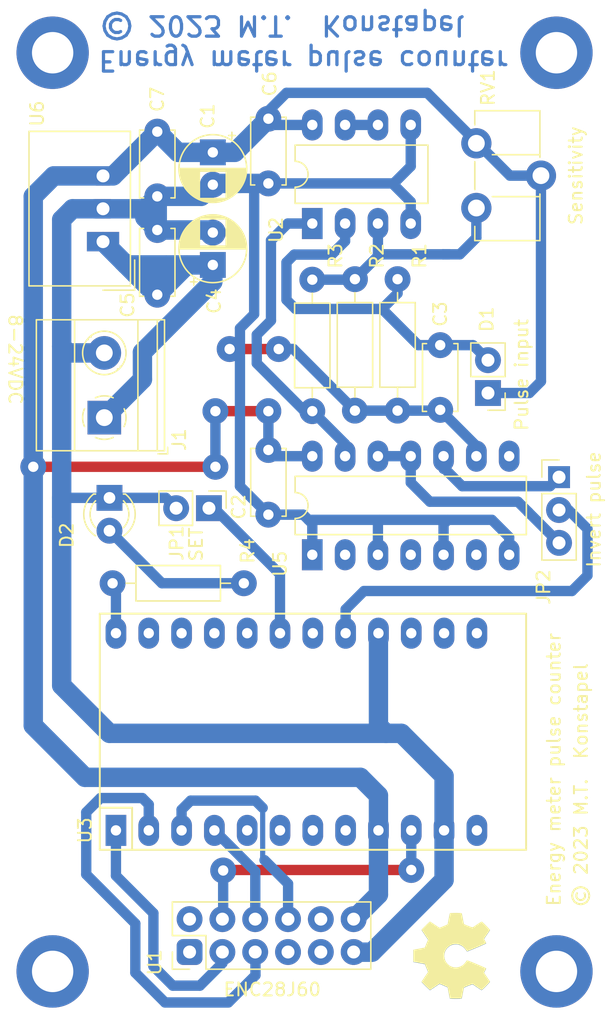
<source format=kicad_pcb>
(kicad_pcb (version 20171130) (host pcbnew 5.1.8-5.1.8)

  (general
    (thickness 1.6)
    (drawings 15)
    (tracks 221)
    (zones 0)
    (modules 28)
    (nets 41)
  )

  (page A4)
  (layers
    (0 F.Cu signal)
    (31 B.Cu signal)
    (32 B.Adhes user)
    (33 F.Adhes user)
    (34 B.Paste user)
    (35 F.Paste user)
    (36 B.SilkS user)
    (37 F.SilkS user)
    (38 B.Mask user)
    (39 F.Mask user)
    (40 Dwgs.User user hide)
    (41 Cmts.User user)
    (42 Eco1.User user)
    (43 Eco2.User user)
    (44 Edge.Cuts user)
    (45 Margin user)
    (46 B.CrtYd user)
    (47 F.CrtYd user hide)
    (48 B.Fab user)
    (49 F.Fab user hide)
  )

  (setup
    (last_trace_width 0.8)
    (user_trace_width 0.4)
    (user_trace_width 0.8)
    (user_trace_width 1.5)
    (user_trace_width 2)
    (trace_clearance 0.2)
    (zone_clearance 0.508)
    (zone_45_only no)
    (trace_min 0.2)
    (via_size 0.8)
    (via_drill 0.4)
    (via_min_size 0.4)
    (via_min_drill 0.3)
    (uvia_size 0.3)
    (uvia_drill 0.1)
    (uvias_allowed no)
    (uvia_min_size 0.2)
    (uvia_min_drill 0.1)
    (edge_width 0.05)
    (segment_width 0.2)
    (pcb_text_width 0.3)
    (pcb_text_size 1.5 1.5)
    (mod_edge_width 0.12)
    (mod_text_size 1 1)
    (mod_text_width 0.15)
    (pad_size 2 2)
    (pad_drill 1)
    (pad_to_mask_clearance 0)
    (aux_axis_origin 0 0)
    (visible_elements FFFFFF7F)
    (pcbplotparams
      (layerselection 0x00020_fffffffe)
      (usegerberextensions false)
      (usegerberattributes true)
      (usegerberadvancedattributes true)
      (creategerberjobfile true)
      (excludeedgelayer true)
      (linewidth 0.100000)
      (plotframeref false)
      (viasonmask false)
      (mode 1)
      (useauxorigin false)
      (hpglpennumber 1)
      (hpglpenspeed 20)
      (hpglpendiameter 15.000000)
      (psnegative false)
      (psa4output false)
      (plotreference false)
      (plotvalue true)
      (plotinvisibletext false)
      (padsonsilk false)
      (subtractmaskfromsilk false)
      (outputformat 4)
      (mirror false)
      (drillshape 1)
      (scaleselection 1)
      (outputdirectory "/home/marcel/Documenten/electronische_projecten/atmega328p_mqtt_energy_meter/MQTT_energy_meter/"))
  )

  (net 0 "")
  (net 1 VCC)
  (net 2 GND)
  (net 3 "Net-(C3-Pad1)")
  (net 4 "Net-(C4-Pad1)")
  (net 5 "Net-(D2-Pad2)")
  (net 6 "Net-(JP1-Pad1)")
  (net 7 "Net-(JP2-Pad1)")
  (net 8 "Net-(JP2-Pad2)")
  (net 9 "Net-(JP2-Pad3)")
  (net 10 "Net-(R2-Pad1)")
  (net 11 "Net-(R3-Pad1)")
  (net 12 "Net-(R4-Pad2)")
  (net 13 "Net-(U1-Pad5)")
  (net 14 "Net-(U1-Pad7)")
  (net 15 "Net-(U1-Pad9)")
  (net 16 "Net-(U1-Pad3)")
  (net 17 "Net-(U1-Pad2)")
  (net 18 "Net-(U1-Pad4)")
  (net 19 "Net-(U1-Pad6)")
  (net 20 "Net-(U1-Pad8)")
  (net 21 "Net-(U1-Pad10)")
  (net 22 "Net-(U2-Pad6)")
  (net 23 "Net-(U3-Pad23)")
  (net 24 "Net-(U3-Pad22)")
  (net 25 "Net-(U3-Pad12)")
  (net 26 "Net-(U3-Pad21)")
  (net 27 "Net-(U3-Pad20)")
  (net 28 "Net-(U3-Pad18)")
  (net 29 "Net-(U3-Pad8)")
  (net 30 "Net-(U3-Pad7)")
  (net 31 "Net-(U3-Pad6)")
  (net 32 "Net-(U3-Pad15)")
  (net 33 "Net-(U3-Pad5)")
  (net 34 "Net-(U3-Pad14)")
  (net 35 "Net-(U3-Pad13)")
  (net 36 "Net-(U5-Pad8)")
  (net 37 "Net-(U5-Pad6)")
  (net 38 "Net-(U5-Pad2)")
  (net 39 "Net-(U5-Pad4)")
  (net 40 "Net-(U1-Pad1)")

  (net_class Default "This is the default net class."
    (clearance 0.2)
    (trace_width 0.25)
    (via_dia 0.8)
    (via_drill 0.4)
    (uvia_dia 0.3)
    (uvia_drill 0.1)
    (add_net GND)
    (add_net "Net-(C3-Pad1)")
    (add_net "Net-(C4-Pad1)")
    (add_net "Net-(D2-Pad2)")
    (add_net "Net-(JP1-Pad1)")
    (add_net "Net-(JP2-Pad1)")
    (add_net "Net-(JP2-Pad2)")
    (add_net "Net-(JP2-Pad3)")
    (add_net "Net-(R2-Pad1)")
    (add_net "Net-(R3-Pad1)")
    (add_net "Net-(R4-Pad2)")
    (add_net "Net-(U1-Pad1)")
    (add_net "Net-(U1-Pad10)")
    (add_net "Net-(U1-Pad2)")
    (add_net "Net-(U1-Pad3)")
    (add_net "Net-(U1-Pad4)")
    (add_net "Net-(U1-Pad5)")
    (add_net "Net-(U1-Pad6)")
    (add_net "Net-(U1-Pad7)")
    (add_net "Net-(U1-Pad8)")
    (add_net "Net-(U1-Pad9)")
    (add_net "Net-(U2-Pad6)")
    (add_net "Net-(U3-Pad12)")
    (add_net "Net-(U3-Pad13)")
    (add_net "Net-(U3-Pad14)")
    (add_net "Net-(U3-Pad15)")
    (add_net "Net-(U3-Pad18)")
    (add_net "Net-(U3-Pad20)")
    (add_net "Net-(U3-Pad21)")
    (add_net "Net-(U3-Pad22)")
    (add_net "Net-(U3-Pad23)")
    (add_net "Net-(U3-Pad5)")
    (add_net "Net-(U3-Pad6)")
    (add_net "Net-(U3-Pad7)")
    (add_net "Net-(U3-Pad8)")
    (add_net "Net-(U5-Pad2)")
    (add_net "Net-(U5-Pad4)")
    (add_net "Net-(U5-Pad6)")
    (add_net "Net-(U5-Pad8)")
    (add_net VCC)
  )

  (module Symbol:OSHW-Symbol_6.7x6mm_SilkScreen (layer F.Cu) (tedit 0) (tstamp 63B33B3B)
    (at 255.7 129.5 90)
    (descr "Open Source Hardware Symbol")
    (tags "Logo Symbol OSHW")
    (attr virtual)
    (fp_text reference REF** (at 0 0 90) (layer F.SilkS) hide
      (effects (font (size 1 1) (thickness 0.15)))
    )
    (fp_text value OSHW-Symbol_6.7x6mm_SilkScreen (at 0.75 0 90) (layer F.Fab) hide
      (effects (font (size 1 1) (thickness 0.15)))
    )
    (fp_poly (pts (xy 0.555814 -2.531069) (xy 0.639635 -2.086445) (xy 0.94892 -1.958947) (xy 1.258206 -1.831449)
      (xy 1.629246 -2.083754) (xy 1.733157 -2.154004) (xy 1.827087 -2.216728) (xy 1.906652 -2.269062)
      (xy 1.96747 -2.308143) (xy 2.005157 -2.331107) (xy 2.015421 -2.336058) (xy 2.03391 -2.323324)
      (xy 2.07342 -2.288118) (xy 2.129522 -2.234938) (xy 2.197787 -2.168282) (xy 2.273786 -2.092646)
      (xy 2.353092 -2.012528) (xy 2.431275 -1.932426) (xy 2.503907 -1.856836) (xy 2.566559 -1.790255)
      (xy 2.614803 -1.737182) (xy 2.64421 -1.702113) (xy 2.651241 -1.690377) (xy 2.641123 -1.66874)
      (xy 2.612759 -1.621338) (xy 2.569129 -1.552807) (xy 2.513218 -1.467785) (xy 2.448006 -1.370907)
      (xy 2.410219 -1.31565) (xy 2.341343 -1.214752) (xy 2.28014 -1.123701) (xy 2.229578 -1.04703)
      (xy 2.192628 -0.989272) (xy 2.172258 -0.954957) (xy 2.169197 -0.947746) (xy 2.176136 -0.927252)
      (xy 2.195051 -0.879487) (xy 2.223087 -0.811168) (xy 2.257391 -0.729011) (xy 2.295109 -0.63973)
      (xy 2.333387 -0.550042) (xy 2.36937 -0.466662) (xy 2.400206 -0.396306) (xy 2.423039 -0.34569)
      (xy 2.435017 -0.321529) (xy 2.435724 -0.320578) (xy 2.454531 -0.315964) (xy 2.504618 -0.305672)
      (xy 2.580793 -0.290713) (xy 2.677865 -0.272099) (xy 2.790643 -0.250841) (xy 2.856442 -0.238582)
      (xy 2.97695 -0.215638) (xy 3.085797 -0.193805) (xy 3.177476 -0.174278) (xy 3.246481 -0.158252)
      (xy 3.287304 -0.146921) (xy 3.295511 -0.143326) (xy 3.303548 -0.118994) (xy 3.310033 -0.064041)
      (xy 3.31497 0.015108) (xy 3.318364 0.112026) (xy 3.320218 0.220287) (xy 3.320538 0.333465)
      (xy 3.319327 0.445135) (xy 3.31659 0.548868) (xy 3.312331 0.638241) (xy 3.306555 0.706826)
      (xy 3.299267 0.748197) (xy 3.294895 0.75681) (xy 3.268764 0.767133) (xy 3.213393 0.781892)
      (xy 3.136107 0.799352) (xy 3.04423 0.81778) (xy 3.012158 0.823741) (xy 2.857524 0.852066)
      (xy 2.735375 0.874876) (xy 2.641673 0.89308) (xy 2.572384 0.907583) (xy 2.523471 0.919292)
      (xy 2.490897 0.929115) (xy 2.470628 0.937956) (xy 2.458626 0.946724) (xy 2.456947 0.948457)
      (xy 2.440184 0.976371) (xy 2.414614 1.030695) (xy 2.382788 1.104777) (xy 2.34726 1.191965)
      (xy 2.310583 1.285608) (xy 2.275311 1.379052) (xy 2.243996 1.465647) (xy 2.219193 1.53874)
      (xy 2.203454 1.591678) (xy 2.199332 1.617811) (xy 2.199676 1.618726) (xy 2.213641 1.640086)
      (xy 2.245322 1.687084) (xy 2.291391 1.754827) (xy 2.348518 1.838423) (xy 2.413373 1.932982)
      (xy 2.431843 1.959854) (xy 2.497699 2.057275) (xy 2.55565 2.146163) (xy 2.602538 2.221412)
      (xy 2.635207 2.27792) (xy 2.6505 2.310581) (xy 2.651241 2.314593) (xy 2.638392 2.335684)
      (xy 2.602888 2.377464) (xy 2.549293 2.435445) (xy 2.482171 2.505135) (xy 2.406087 2.582045)
      (xy 2.325604 2.661683) (xy 2.245287 2.739561) (xy 2.169699 2.811186) (xy 2.103405 2.87207)
      (xy 2.050969 2.917721) (xy 2.016955 2.94365) (xy 2.007545 2.947883) (xy 1.985643 2.937912)
      (xy 1.9408 2.91102) (xy 1.880321 2.871736) (xy 1.833789 2.840117) (xy 1.749475 2.782098)
      (xy 1.649626 2.713784) (xy 1.549473 2.645579) (xy 1.495627 2.609075) (xy 1.313371 2.4858)
      (xy 1.160381 2.56852) (xy 1.090682 2.604759) (xy 1.031414 2.632926) (xy 0.991311 2.648991)
      (xy 0.981103 2.651226) (xy 0.968829 2.634722) (xy 0.944613 2.588082) (xy 0.910263 2.515609)
      (xy 0.867588 2.421606) (xy 0.818394 2.310374) (xy 0.76449 2.186215) (xy 0.707684 2.053432)
      (xy 0.649782 1.916327) (xy 0.592593 1.779202) (xy 0.537924 1.646358) (xy 0.487584 1.522098)
      (xy 0.44338 1.410725) (xy 0.407119 1.316539) (xy 0.380609 1.243844) (xy 0.365658 1.196941)
      (xy 0.363254 1.180833) (xy 0.382311 1.160286) (xy 0.424036 1.126933) (xy 0.479706 1.087702)
      (xy 0.484378 1.084599) (xy 0.628264 0.969423) (xy 0.744283 0.835053) (xy 0.83143 0.685784)
      (xy 0.888699 0.525913) (xy 0.915086 0.359737) (xy 0.909585 0.191552) (xy 0.87119 0.025655)
      (xy 0.798895 -0.133658) (xy 0.777626 -0.168513) (xy 0.666996 -0.309263) (xy 0.536302 -0.422286)
      (xy 0.390064 -0.506997) (xy 0.232808 -0.562806) (xy 0.069057 -0.589126) (xy -0.096667 -0.58537)
      (xy -0.259838 -0.55095) (xy -0.415935 -0.485277) (xy -0.560433 -0.387765) (xy -0.605131 -0.348187)
      (xy -0.718888 -0.224297) (xy -0.801782 -0.093876) (xy -0.858644 0.052315) (xy -0.890313 0.197088)
      (xy -0.898131 0.35986) (xy -0.872062 0.52344) (xy -0.814755 0.682298) (xy -0.728856 0.830906)
      (xy -0.617014 0.963735) (xy -0.481877 1.075256) (xy -0.464117 1.087011) (xy -0.40785 1.125508)
      (xy -0.365077 1.158863) (xy -0.344628 1.18016) (xy -0.344331 1.180833) (xy -0.348721 1.203871)
      (xy -0.366124 1.256157) (xy -0.394732 1.33339) (xy -0.432735 1.431268) (xy -0.478326 1.545491)
      (xy -0.529697 1.671758) (xy -0.585038 1.805767) (xy -0.642542 1.943218) (xy -0.700399 2.079808)
      (xy -0.756802 2.211237) (xy -0.809942 2.333205) (xy -0.85801 2.441409) (xy -0.899199 2.531549)
      (xy -0.931699 2.599323) (xy -0.953703 2.64043) (xy -0.962564 2.651226) (xy -0.98964 2.642819)
      (xy -1.040303 2.620272) (xy -1.105817 2.587613) (xy -1.141841 2.56852) (xy -1.294832 2.4858)
      (xy -1.477088 2.609075) (xy -1.570125 2.672228) (xy -1.671985 2.741727) (xy -1.767438 2.807165)
      (xy -1.81525 2.840117) (xy -1.882495 2.885273) (xy -1.939436 2.921057) (xy -1.978646 2.942938)
      (xy -1.991381 2.947563) (xy -2.009917 2.935085) (xy -2.050941 2.900252) (xy -2.110475 2.846678)
      (xy -2.184542 2.777983) (xy -2.269165 2.697781) (xy -2.322685 2.646286) (xy -2.416319 2.554286)
      (xy -2.497241 2.471999) (xy -2.562177 2.402945) (xy -2.607858 2.350644) (xy -2.631011 2.318616)
      (xy -2.633232 2.312116) (xy -2.622924 2.287394) (xy -2.594439 2.237405) (xy -2.550937 2.167212)
      (xy -2.495577 2.081875) (xy -2.43152 1.986456) (xy -2.413303 1.959854) (xy -2.346927 1.863167)
      (xy -2.287378 1.776117) (xy -2.237984 1.703595) (xy -2.202075 1.650493) (xy -2.182981 1.621703)
      (xy -2.181136 1.618726) (xy -2.183895 1.595782) (xy -2.198538 1.545336) (xy -2.222513 1.474041)
      (xy -2.253266 1.388547) (xy -2.288244 1.295507) (xy -2.324893 1.201574) (xy -2.360661 1.113399)
      (xy -2.392994 1.037634) (xy -2.419338 0.980931) (xy -2.437142 0.949943) (xy -2.438407 0.948457)
      (xy -2.449294 0.939601) (xy -2.467682 0.930843) (xy -2.497606 0.921277) (xy -2.543103 0.909996)
      (xy -2.608209 0.896093) (xy -2.696961 0.878663) (xy -2.813393 0.856798) (xy -2.961542 0.829591)
      (xy -2.993618 0.823741) (xy -3.088686 0.805374) (xy -3.171565 0.787405) (xy -3.23493 0.771569)
      (xy -3.271458 0.7596) (xy -3.276356 0.75681) (xy -3.284427 0.732072) (xy -3.290987 0.67679)
      (xy -3.296033 0.597389) (xy -3.299559 0.500296) (xy -3.301561 0.391938) (xy -3.302036 0.27874)
      (xy -3.300977 0.167128) (xy -3.298382 0.063529) (xy -3.294246 -0.025632) (xy -3.288563 -0.093928)
      (xy -3.281331 -0.134934) (xy -3.276971 -0.143326) (xy -3.252698 -0.151792) (xy -3.197426 -0.165565)
      (xy -3.116662 -0.18345) (xy -3.015912 -0.204252) (xy -2.900683 -0.226777) (xy -2.837902 -0.238582)
      (xy -2.718787 -0.260849) (xy -2.612565 -0.281021) (xy -2.524427 -0.298085) (xy -2.459566 -0.311031)
      (xy -2.423174 -0.318845) (xy -2.417184 -0.320578) (xy -2.407061 -0.34011) (xy -2.385662 -0.387157)
      (xy -2.355839 -0.454997) (xy -2.320445 -0.536909) (xy -2.282332 -0.626172) (xy -2.244353 -0.716065)
      (xy -2.20936 -0.799865) (xy -2.180206 -0.870853) (xy -2.159743 -0.922306) (xy -2.150823 -0.947503)
      (xy -2.150657 -0.948604) (xy -2.160769 -0.968481) (xy -2.189117 -1.014223) (xy -2.232723 -1.081283)
      (xy -2.288606 -1.165116) (xy -2.353787 -1.261174) (xy -2.391679 -1.31635) (xy -2.460725 -1.417519)
      (xy -2.52205 -1.50937) (xy -2.572663 -1.587256) (xy -2.609571 -1.646531) (xy -2.629782 -1.682549)
      (xy -2.632701 -1.690623) (xy -2.620153 -1.709416) (xy -2.585463 -1.749543) (xy -2.533063 -1.806507)
      (xy -2.467384 -1.875815) (xy -2.392856 -1.952969) (xy -2.313913 -2.033475) (xy -2.234983 -2.112837)
      (xy -2.1605 -2.18656) (xy -2.094894 -2.250148) (xy -2.042596 -2.299106) (xy -2.008039 -2.328939)
      (xy -1.996478 -2.336058) (xy -1.977654 -2.326047) (xy -1.932631 -2.297922) (xy -1.865787 -2.254546)
      (xy -1.781499 -2.198782) (xy -1.684144 -2.133494) (xy -1.610707 -2.083754) (xy -1.239667 -1.831449)
      (xy -0.621095 -2.086445) (xy -0.537275 -2.531069) (xy -0.453454 -2.975693) (xy 0.471994 -2.975693)
      (xy 0.555814 -2.531069)) (layer F.SilkS) (width 0.01))
  )

  (module Symbol:OSHW-Symbol_6.7x6mm_Copper (layer B.Cu) (tedit 0) (tstamp 63B33B0E)
    (at 255.7 129.5 270)
    (descr "Open Source Hardware Symbol")
    (tags "Logo Symbol OSHW")
    (attr virtual)
    (fp_text reference REF** (at 0 0 90) (layer B.SilkS) hide
      (effects (font (size 1 1) (thickness 0.15)) (justify mirror))
    )
    (fp_text value OSHW-Symbol_6.7x6mm_Copper (at 0.75 0 90) (layer B.Fab) hide
      (effects (font (size 1 1) (thickness 0.15)) (justify mirror))
    )
    (fp_poly (pts (xy 0.555814 2.531069) (xy 0.639635 2.086445) (xy 0.94892 1.958947) (xy 1.258206 1.831449)
      (xy 1.629246 2.083754) (xy 1.733157 2.154004) (xy 1.827087 2.216728) (xy 1.906652 2.269062)
      (xy 1.96747 2.308143) (xy 2.005157 2.331107) (xy 2.015421 2.336058) (xy 2.03391 2.323324)
      (xy 2.07342 2.288118) (xy 2.129522 2.234938) (xy 2.197787 2.168282) (xy 2.273786 2.092646)
      (xy 2.353092 2.012528) (xy 2.431275 1.932426) (xy 2.503907 1.856836) (xy 2.566559 1.790255)
      (xy 2.614803 1.737182) (xy 2.64421 1.702113) (xy 2.651241 1.690377) (xy 2.641123 1.66874)
      (xy 2.612759 1.621338) (xy 2.569129 1.552807) (xy 2.513218 1.467785) (xy 2.448006 1.370907)
      (xy 2.410219 1.31565) (xy 2.341343 1.214752) (xy 2.28014 1.123701) (xy 2.229578 1.04703)
      (xy 2.192628 0.989272) (xy 2.172258 0.954957) (xy 2.169197 0.947746) (xy 2.176136 0.927252)
      (xy 2.195051 0.879487) (xy 2.223087 0.811168) (xy 2.257391 0.729011) (xy 2.295109 0.63973)
      (xy 2.333387 0.550042) (xy 2.36937 0.466662) (xy 2.400206 0.396306) (xy 2.423039 0.34569)
      (xy 2.435017 0.321529) (xy 2.435724 0.320578) (xy 2.454531 0.315964) (xy 2.504618 0.305672)
      (xy 2.580793 0.290713) (xy 2.677865 0.272099) (xy 2.790643 0.250841) (xy 2.856442 0.238582)
      (xy 2.97695 0.215638) (xy 3.085797 0.193805) (xy 3.177476 0.174278) (xy 3.246481 0.158252)
      (xy 3.287304 0.146921) (xy 3.295511 0.143326) (xy 3.303548 0.118994) (xy 3.310033 0.064041)
      (xy 3.31497 -0.015108) (xy 3.318364 -0.112026) (xy 3.320218 -0.220287) (xy 3.320538 -0.333465)
      (xy 3.319327 -0.445135) (xy 3.31659 -0.548868) (xy 3.312331 -0.638241) (xy 3.306555 -0.706826)
      (xy 3.299267 -0.748197) (xy 3.294895 -0.75681) (xy 3.268764 -0.767133) (xy 3.213393 -0.781892)
      (xy 3.136107 -0.799352) (xy 3.04423 -0.81778) (xy 3.012158 -0.823741) (xy 2.857524 -0.852066)
      (xy 2.735375 -0.874876) (xy 2.641673 -0.89308) (xy 2.572384 -0.907583) (xy 2.523471 -0.919292)
      (xy 2.490897 -0.929115) (xy 2.470628 -0.937956) (xy 2.458626 -0.946724) (xy 2.456947 -0.948457)
      (xy 2.440184 -0.976371) (xy 2.414614 -1.030695) (xy 2.382788 -1.104777) (xy 2.34726 -1.191965)
      (xy 2.310583 -1.285608) (xy 2.275311 -1.379052) (xy 2.243996 -1.465647) (xy 2.219193 -1.53874)
      (xy 2.203454 -1.591678) (xy 2.199332 -1.617811) (xy 2.199676 -1.618726) (xy 2.213641 -1.640086)
      (xy 2.245322 -1.687084) (xy 2.291391 -1.754827) (xy 2.348518 -1.838423) (xy 2.413373 -1.932982)
      (xy 2.431843 -1.959854) (xy 2.497699 -2.057275) (xy 2.55565 -2.146163) (xy 2.602538 -2.221412)
      (xy 2.635207 -2.27792) (xy 2.6505 -2.310581) (xy 2.651241 -2.314593) (xy 2.638392 -2.335684)
      (xy 2.602888 -2.377464) (xy 2.549293 -2.435445) (xy 2.482171 -2.505135) (xy 2.406087 -2.582045)
      (xy 2.325604 -2.661683) (xy 2.245287 -2.739561) (xy 2.169699 -2.811186) (xy 2.103405 -2.87207)
      (xy 2.050969 -2.917721) (xy 2.016955 -2.94365) (xy 2.007545 -2.947883) (xy 1.985643 -2.937912)
      (xy 1.9408 -2.91102) (xy 1.880321 -2.871736) (xy 1.833789 -2.840117) (xy 1.749475 -2.782098)
      (xy 1.649626 -2.713784) (xy 1.549473 -2.645579) (xy 1.495627 -2.609075) (xy 1.313371 -2.4858)
      (xy 1.160381 -2.56852) (xy 1.090682 -2.604759) (xy 1.031414 -2.632926) (xy 0.991311 -2.648991)
      (xy 0.981103 -2.651226) (xy 0.968829 -2.634722) (xy 0.944613 -2.588082) (xy 0.910263 -2.515609)
      (xy 0.867588 -2.421606) (xy 0.818394 -2.310374) (xy 0.76449 -2.186215) (xy 0.707684 -2.053432)
      (xy 0.649782 -1.916327) (xy 0.592593 -1.779202) (xy 0.537924 -1.646358) (xy 0.487584 -1.522098)
      (xy 0.44338 -1.410725) (xy 0.407119 -1.316539) (xy 0.380609 -1.243844) (xy 0.365658 -1.196941)
      (xy 0.363254 -1.180833) (xy 0.382311 -1.160286) (xy 0.424036 -1.126933) (xy 0.479706 -1.087702)
      (xy 0.484378 -1.084599) (xy 0.628264 -0.969423) (xy 0.744283 -0.835053) (xy 0.83143 -0.685784)
      (xy 0.888699 -0.525913) (xy 0.915086 -0.359737) (xy 0.909585 -0.191552) (xy 0.87119 -0.025655)
      (xy 0.798895 0.133658) (xy 0.777626 0.168513) (xy 0.666996 0.309263) (xy 0.536302 0.422286)
      (xy 0.390064 0.506997) (xy 0.232808 0.562806) (xy 0.069057 0.589126) (xy -0.096667 0.58537)
      (xy -0.259838 0.55095) (xy -0.415935 0.485277) (xy -0.560433 0.387765) (xy -0.605131 0.348187)
      (xy -0.718888 0.224297) (xy -0.801782 0.093876) (xy -0.858644 -0.052315) (xy -0.890313 -0.197088)
      (xy -0.898131 -0.35986) (xy -0.872062 -0.52344) (xy -0.814755 -0.682298) (xy -0.728856 -0.830906)
      (xy -0.617014 -0.963735) (xy -0.481877 -1.075256) (xy -0.464117 -1.087011) (xy -0.40785 -1.125508)
      (xy -0.365077 -1.158863) (xy -0.344628 -1.18016) (xy -0.344331 -1.180833) (xy -0.348721 -1.203871)
      (xy -0.366124 -1.256157) (xy -0.394732 -1.33339) (xy -0.432735 -1.431268) (xy -0.478326 -1.545491)
      (xy -0.529697 -1.671758) (xy -0.585038 -1.805767) (xy -0.642542 -1.943218) (xy -0.700399 -2.079808)
      (xy -0.756802 -2.211237) (xy -0.809942 -2.333205) (xy -0.85801 -2.441409) (xy -0.899199 -2.531549)
      (xy -0.931699 -2.599323) (xy -0.953703 -2.64043) (xy -0.962564 -2.651226) (xy -0.98964 -2.642819)
      (xy -1.040303 -2.620272) (xy -1.105817 -2.587613) (xy -1.141841 -2.56852) (xy -1.294832 -2.4858)
      (xy -1.477088 -2.609075) (xy -1.570125 -2.672228) (xy -1.671985 -2.741727) (xy -1.767438 -2.807165)
      (xy -1.81525 -2.840117) (xy -1.882495 -2.885273) (xy -1.939436 -2.921057) (xy -1.978646 -2.942938)
      (xy -1.991381 -2.947563) (xy -2.009917 -2.935085) (xy -2.050941 -2.900252) (xy -2.110475 -2.846678)
      (xy -2.184542 -2.777983) (xy -2.269165 -2.697781) (xy -2.322685 -2.646286) (xy -2.416319 -2.554286)
      (xy -2.497241 -2.471999) (xy -2.562177 -2.402945) (xy -2.607858 -2.350644) (xy -2.631011 -2.318616)
      (xy -2.633232 -2.312116) (xy -2.622924 -2.287394) (xy -2.594439 -2.237405) (xy -2.550937 -2.167212)
      (xy -2.495577 -2.081875) (xy -2.43152 -1.986456) (xy -2.413303 -1.959854) (xy -2.346927 -1.863167)
      (xy -2.287378 -1.776117) (xy -2.237984 -1.703595) (xy -2.202075 -1.650493) (xy -2.182981 -1.621703)
      (xy -2.181136 -1.618726) (xy -2.183895 -1.595782) (xy -2.198538 -1.545336) (xy -2.222513 -1.474041)
      (xy -2.253266 -1.388547) (xy -2.288244 -1.295507) (xy -2.324893 -1.201574) (xy -2.360661 -1.113399)
      (xy -2.392994 -1.037634) (xy -2.419338 -0.980931) (xy -2.437142 -0.949943) (xy -2.438407 -0.948457)
      (xy -2.449294 -0.939601) (xy -2.467682 -0.930843) (xy -2.497606 -0.921277) (xy -2.543103 -0.909996)
      (xy -2.608209 -0.896093) (xy -2.696961 -0.878663) (xy -2.813393 -0.856798) (xy -2.961542 -0.829591)
      (xy -2.993618 -0.823741) (xy -3.088686 -0.805374) (xy -3.171565 -0.787405) (xy -3.23493 -0.771569)
      (xy -3.271458 -0.7596) (xy -3.276356 -0.75681) (xy -3.284427 -0.732072) (xy -3.290987 -0.67679)
      (xy -3.296033 -0.597389) (xy -3.299559 -0.500296) (xy -3.301561 -0.391938) (xy -3.302036 -0.27874)
      (xy -3.300977 -0.167128) (xy -3.298382 -0.063529) (xy -3.294246 0.025632) (xy -3.288563 0.093928)
      (xy -3.281331 0.134934) (xy -3.276971 0.143326) (xy -3.252698 0.151792) (xy -3.197426 0.165565)
      (xy -3.116662 0.18345) (xy -3.015912 0.204252) (xy -2.900683 0.226777) (xy -2.837902 0.238582)
      (xy -2.718787 0.260849) (xy -2.612565 0.281021) (xy -2.524427 0.298085) (xy -2.459566 0.311031)
      (xy -2.423174 0.318845) (xy -2.417184 0.320578) (xy -2.407061 0.34011) (xy -2.385662 0.387157)
      (xy -2.355839 0.454997) (xy -2.320445 0.536909) (xy -2.282332 0.626172) (xy -2.244353 0.716065)
      (xy -2.20936 0.799865) (xy -2.180206 0.870853) (xy -2.159743 0.922306) (xy -2.150823 0.947503)
      (xy -2.150657 0.948604) (xy -2.160769 0.968481) (xy -2.189117 1.014223) (xy -2.232723 1.081283)
      (xy -2.288606 1.165116) (xy -2.353787 1.261174) (xy -2.391679 1.31635) (xy -2.460725 1.417519)
      (xy -2.52205 1.50937) (xy -2.572663 1.587256) (xy -2.609571 1.646531) (xy -2.629782 1.682549)
      (xy -2.632701 1.690623) (xy -2.620153 1.709416) (xy -2.585463 1.749543) (xy -2.533063 1.806507)
      (xy -2.467384 1.875815) (xy -2.392856 1.952969) (xy -2.313913 2.033475) (xy -2.234983 2.112837)
      (xy -2.1605 2.18656) (xy -2.094894 2.250148) (xy -2.042596 2.299106) (xy -2.008039 2.328939)
      (xy -1.996478 2.336058) (xy -1.977654 2.326047) (xy -1.932631 2.297922) (xy -1.865787 2.254546)
      (xy -1.781499 2.198782) (xy -1.684144 2.133494) (xy -1.610707 2.083754) (xy -1.239667 1.831449)
      (xy -0.621095 2.086445) (xy -0.537275 2.531069) (xy -0.453454 2.975693) (xy 0.471994 2.975693)
      (xy 0.555814 2.531069)) (layer B.Cu) (width 0.01))
  )

  (module Capacitor_THT:CP_Radial_D5.0mm_P2.50mm (layer F.Cu) (tedit 63B2E029) (tstamp 63B33E9D)
    (at 237.2 67.4 270)
    (descr "CP, Radial series, Radial, pin pitch=2.50mm, , diameter=5mm, Electrolytic Capacitor")
    (tags "CP Radial series Radial pin pitch 2.50mm  diameter 5mm Electrolytic Capacitor")
    (path /637E7E46)
    (fp_text reference C1 (at -2.8 0.4 90) (layer F.SilkS)
      (effects (font (size 1 1) (thickness 0.15)))
    )
    (fp_text value 10U (at 1.25 3.75 90) (layer F.Fab)
      (effects (font (size 1 1) (thickness 0.15)))
    )
    (fp_line (start -1.304775 -1.725) (end -1.304775 -1.225) (layer F.SilkS) (width 0.12))
    (fp_line (start -1.554775 -1.475) (end -1.054775 -1.475) (layer F.SilkS) (width 0.12))
    (fp_line (start 3.851 -0.284) (end 3.851 0.284) (layer F.SilkS) (width 0.12))
    (fp_line (start 3.811 -0.518) (end 3.811 0.518) (layer F.SilkS) (width 0.12))
    (fp_line (start 3.771 -0.677) (end 3.771 0.677) (layer F.SilkS) (width 0.12))
    (fp_line (start 3.731 -0.805) (end 3.731 0.805) (layer F.SilkS) (width 0.12))
    (fp_line (start 3.691 -0.915) (end 3.691 0.915) (layer F.SilkS) (width 0.12))
    (fp_line (start 3.651 -1.011) (end 3.651 1.011) (layer F.SilkS) (width 0.12))
    (fp_line (start 3.611 -1.098) (end 3.611 1.098) (layer F.SilkS) (width 0.12))
    (fp_line (start 3.571 -1.178) (end 3.571 1.178) (layer F.SilkS) (width 0.12))
    (fp_line (start 3.531 1.04) (end 3.531 1.251) (layer F.SilkS) (width 0.12))
    (fp_line (start 3.531 -1.251) (end 3.531 -1.04) (layer F.SilkS) (width 0.12))
    (fp_line (start 3.491 1.04) (end 3.491 1.319) (layer F.SilkS) (width 0.12))
    (fp_line (start 3.491 -1.319) (end 3.491 -1.04) (layer F.SilkS) (width 0.12))
    (fp_line (start 3.451 1.04) (end 3.451 1.383) (layer F.SilkS) (width 0.12))
    (fp_line (start 3.451 -1.383) (end 3.451 -1.04) (layer F.SilkS) (width 0.12))
    (fp_line (start 3.411 1.04) (end 3.411 1.443) (layer F.SilkS) (width 0.12))
    (fp_line (start 3.411 -1.443) (end 3.411 -1.04) (layer F.SilkS) (width 0.12))
    (fp_line (start 3.371 1.04) (end 3.371 1.5) (layer F.SilkS) (width 0.12))
    (fp_line (start 3.371 -1.5) (end 3.371 -1.04) (layer F.SilkS) (width 0.12))
    (fp_line (start 3.331 1.04) (end 3.331 1.554) (layer F.SilkS) (width 0.12))
    (fp_line (start 3.331 -1.554) (end 3.331 -1.04) (layer F.SilkS) (width 0.12))
    (fp_line (start 3.291 1.04) (end 3.291 1.605) (layer F.SilkS) (width 0.12))
    (fp_line (start 3.291 -1.605) (end 3.291 -1.04) (layer F.SilkS) (width 0.12))
    (fp_line (start 3.251 1.04) (end 3.251 1.653) (layer F.SilkS) (width 0.12))
    (fp_line (start 3.251 -1.653) (end 3.251 -1.04) (layer F.SilkS) (width 0.12))
    (fp_line (start 3.211 1.04) (end 3.211 1.699) (layer F.SilkS) (width 0.12))
    (fp_line (start 3.211 -1.699) (end 3.211 -1.04) (layer F.SilkS) (width 0.12))
    (fp_line (start 3.171 1.04) (end 3.171 1.743) (layer F.SilkS) (width 0.12))
    (fp_line (start 3.171 -1.743) (end 3.171 -1.04) (layer F.SilkS) (width 0.12))
    (fp_line (start 3.131 1.04) (end 3.131 1.785) (layer F.SilkS) (width 0.12))
    (fp_line (start 3.131 -1.785) (end 3.131 -1.04) (layer F.SilkS) (width 0.12))
    (fp_line (start 3.091 1.04) (end 3.091 1.826) (layer F.SilkS) (width 0.12))
    (fp_line (start 3.091 -1.826) (end 3.091 -1.04) (layer F.SilkS) (width 0.12))
    (fp_line (start 3.051 1.04) (end 3.051 1.864) (layer F.SilkS) (width 0.12))
    (fp_line (start 3.051 -1.864) (end 3.051 -1.04) (layer F.SilkS) (width 0.12))
    (fp_line (start 3.011 1.04) (end 3.011 1.901) (layer F.SilkS) (width 0.12))
    (fp_line (start 3.011 -1.901) (end 3.011 -1.04) (layer F.SilkS) (width 0.12))
    (fp_line (start 2.971 1.04) (end 2.971 1.937) (layer F.SilkS) (width 0.12))
    (fp_line (start 2.971 -1.937) (end 2.971 -1.04) (layer F.SilkS) (width 0.12))
    (fp_line (start 2.931 1.04) (end 2.931 1.971) (layer F.SilkS) (width 0.12))
    (fp_line (start 2.931 -1.971) (end 2.931 -1.04) (layer F.SilkS) (width 0.12))
    (fp_line (start 2.891 1.04) (end 2.891 2.004) (layer F.SilkS) (width 0.12))
    (fp_line (start 2.891 -2.004) (end 2.891 -1.04) (layer F.SilkS) (width 0.12))
    (fp_line (start 2.851 1.04) (end 2.851 2.035) (layer F.SilkS) (width 0.12))
    (fp_line (start 2.851 -2.035) (end 2.851 -1.04) (layer F.SilkS) (width 0.12))
    (fp_line (start 2.811 1.04) (end 2.811 2.065) (layer F.SilkS) (width 0.12))
    (fp_line (start 2.811 -2.065) (end 2.811 -1.04) (layer F.SilkS) (width 0.12))
    (fp_line (start 2.771 1.04) (end 2.771 2.095) (layer F.SilkS) (width 0.12))
    (fp_line (start 2.771 -2.095) (end 2.771 -1.04) (layer F.SilkS) (width 0.12))
    (fp_line (start 2.731 1.04) (end 2.731 2.122) (layer F.SilkS) (width 0.12))
    (fp_line (start 2.731 -2.122) (end 2.731 -1.04) (layer F.SilkS) (width 0.12))
    (fp_line (start 2.691 1.04) (end 2.691 2.149) (layer F.SilkS) (width 0.12))
    (fp_line (start 2.691 -2.149) (end 2.691 -1.04) (layer F.SilkS) (width 0.12))
    (fp_line (start 2.651 1.04) (end 2.651 2.175) (layer F.SilkS) (width 0.12))
    (fp_line (start 2.651 -2.175) (end 2.651 -1.04) (layer F.SilkS) (width 0.12))
    (fp_line (start 2.611 1.04) (end 2.611 2.2) (layer F.SilkS) (width 0.12))
    (fp_line (start 2.611 -2.2) (end 2.611 -1.04) (layer F.SilkS) (width 0.12))
    (fp_line (start 2.571 1.04) (end 2.571 2.224) (layer F.SilkS) (width 0.12))
    (fp_line (start 2.571 -2.224) (end 2.571 -1.04) (layer F.SilkS) (width 0.12))
    (fp_line (start 2.531 1.04) (end 2.531 2.247) (layer F.SilkS) (width 0.12))
    (fp_line (start 2.531 -2.247) (end 2.531 -1.04) (layer F.SilkS) (width 0.12))
    (fp_line (start 2.491 1.04) (end 2.491 2.268) (layer F.SilkS) (width 0.12))
    (fp_line (start 2.491 -2.268) (end 2.491 -1.04) (layer F.SilkS) (width 0.12))
    (fp_line (start 2.451 1.04) (end 2.451 2.29) (layer F.SilkS) (width 0.12))
    (fp_line (start 2.451 -2.29) (end 2.451 -1.04) (layer F.SilkS) (width 0.12))
    (fp_line (start 2.411 1.04) (end 2.411 2.31) (layer F.SilkS) (width 0.12))
    (fp_line (start 2.411 -2.31) (end 2.411 -1.04) (layer F.SilkS) (width 0.12))
    (fp_line (start 2.371 1.04) (end 2.371 2.329) (layer F.SilkS) (width 0.12))
    (fp_line (start 2.371 -2.329) (end 2.371 -1.04) (layer F.SilkS) (width 0.12))
    (fp_line (start 2.331 1.04) (end 2.331 2.348) (layer F.SilkS) (width 0.12))
    (fp_line (start 2.331 -2.348) (end 2.331 -1.04) (layer F.SilkS) (width 0.12))
    (fp_line (start 2.291 1.04) (end 2.291 2.365) (layer F.SilkS) (width 0.12))
    (fp_line (start 2.291 -2.365) (end 2.291 -1.04) (layer F.SilkS) (width 0.12))
    (fp_line (start 2.251 1.04) (end 2.251 2.382) (layer F.SilkS) (width 0.12))
    (fp_line (start 2.251 -2.382) (end 2.251 -1.04) (layer F.SilkS) (width 0.12))
    (fp_line (start 2.211 1.04) (end 2.211 2.398) (layer F.SilkS) (width 0.12))
    (fp_line (start 2.211 -2.398) (end 2.211 -1.04) (layer F.SilkS) (width 0.12))
    (fp_line (start 2.171 1.04) (end 2.171 2.414) (layer F.SilkS) (width 0.12))
    (fp_line (start 2.171 -2.414) (end 2.171 -1.04) (layer F.SilkS) (width 0.12))
    (fp_line (start 2.131 1.04) (end 2.131 2.428) (layer F.SilkS) (width 0.12))
    (fp_line (start 2.131 -2.428) (end 2.131 -1.04) (layer F.SilkS) (width 0.12))
    (fp_line (start 2.091 1.04) (end 2.091 2.442) (layer F.SilkS) (width 0.12))
    (fp_line (start 2.091 -2.442) (end 2.091 -1.04) (layer F.SilkS) (width 0.12))
    (fp_line (start 2.051 1.04) (end 2.051 2.455) (layer F.SilkS) (width 0.12))
    (fp_line (start 2.051 -2.455) (end 2.051 -1.04) (layer F.SilkS) (width 0.12))
    (fp_line (start 2.011 1.04) (end 2.011 2.468) (layer F.SilkS) (width 0.12))
    (fp_line (start 2.011 -2.468) (end 2.011 -1.04) (layer F.SilkS) (width 0.12))
    (fp_line (start 1.971 1.04) (end 1.971 2.48) (layer F.SilkS) (width 0.12))
    (fp_line (start 1.971 -2.48) (end 1.971 -1.04) (layer F.SilkS) (width 0.12))
    (fp_line (start 1.93 1.04) (end 1.93 2.491) (layer F.SilkS) (width 0.12))
    (fp_line (start 1.93 -2.491) (end 1.93 -1.04) (layer F.SilkS) (width 0.12))
    (fp_line (start 1.89 1.04) (end 1.89 2.501) (layer F.SilkS) (width 0.12))
    (fp_line (start 1.89 -2.501) (end 1.89 -1.04) (layer F.SilkS) (width 0.12))
    (fp_line (start 1.85 1.04) (end 1.85 2.511) (layer F.SilkS) (width 0.12))
    (fp_line (start 1.85 -2.511) (end 1.85 -1.04) (layer F.SilkS) (width 0.12))
    (fp_line (start 1.81 1.04) (end 1.81 2.52) (layer F.SilkS) (width 0.12))
    (fp_line (start 1.81 -2.52) (end 1.81 -1.04) (layer F.SilkS) (width 0.12))
    (fp_line (start 1.77 1.04) (end 1.77 2.528) (layer F.SilkS) (width 0.12))
    (fp_line (start 1.77 -2.528) (end 1.77 -1.04) (layer F.SilkS) (width 0.12))
    (fp_line (start 1.73 1.04) (end 1.73 2.536) (layer F.SilkS) (width 0.12))
    (fp_line (start 1.73 -2.536) (end 1.73 -1.04) (layer F.SilkS) (width 0.12))
    (fp_line (start 1.69 1.04) (end 1.69 2.543) (layer F.SilkS) (width 0.12))
    (fp_line (start 1.69 -2.543) (end 1.69 -1.04) (layer F.SilkS) (width 0.12))
    (fp_line (start 1.65 1.04) (end 1.65 2.55) (layer F.SilkS) (width 0.12))
    (fp_line (start 1.65 -2.55) (end 1.65 -1.04) (layer F.SilkS) (width 0.12))
    (fp_line (start 1.61 1.04) (end 1.61 2.556) (layer F.SilkS) (width 0.12))
    (fp_line (start 1.61 -2.556) (end 1.61 -1.04) (layer F.SilkS) (width 0.12))
    (fp_line (start 1.57 1.04) (end 1.57 2.561) (layer F.SilkS) (width 0.12))
    (fp_line (start 1.57 -2.561) (end 1.57 -1.04) (layer F.SilkS) (width 0.12))
    (fp_line (start 1.53 1.04) (end 1.53 2.565) (layer F.SilkS) (width 0.12))
    (fp_line (start 1.53 -2.565) (end 1.53 -1.04) (layer F.SilkS) (width 0.12))
    (fp_line (start 1.49 1.04) (end 1.49 2.569) (layer F.SilkS) (width 0.12))
    (fp_line (start 1.49 -2.569) (end 1.49 -1.04) (layer F.SilkS) (width 0.12))
    (fp_line (start 1.45 -2.573) (end 1.45 2.573) (layer F.SilkS) (width 0.12))
    (fp_line (start 1.41 -2.576) (end 1.41 2.576) (layer F.SilkS) (width 0.12))
    (fp_line (start 1.37 -2.578) (end 1.37 2.578) (layer F.SilkS) (width 0.12))
    (fp_line (start 1.33 -2.579) (end 1.33 2.579) (layer F.SilkS) (width 0.12))
    (fp_line (start 1.29 -2.58) (end 1.29 2.58) (layer F.SilkS) (width 0.12))
    (fp_line (start 1.25 -2.58) (end 1.25 2.58) (layer F.SilkS) (width 0.12))
    (fp_line (start -0.633605 -1.3375) (end -0.633605 -0.8375) (layer F.Fab) (width 0.1))
    (fp_line (start -0.883605 -1.0875) (end -0.383605 -1.0875) (layer F.Fab) (width 0.1))
    (fp_circle (center 1.25 0) (end 4 0) (layer F.CrtYd) (width 0.05))
    (fp_circle (center 1.25 0) (end 3.87 0) (layer F.SilkS) (width 0.12))
    (fp_circle (center 1.25 0) (end 3.75 0) (layer F.Fab) (width 0.1))
    (fp_text user %R (at 1.25 0 90) (layer F.Fab)
      (effects (font (size 1 1) (thickness 0.15)))
    )
    (pad 1 thru_hole rect (at 0 0 270) (size 2 2) (drill 0.8) (layers *.Cu *.Mask)
      (net 1 VCC))
    (pad 2 thru_hole circle (at 2.5 0 270) (size 2 2) (drill 0.8) (layers *.Cu *.Mask)
      (net 2 GND))
    (model ${KISYS3DMOD}/Capacitor_THT.3dshapes/CP_Radial_D5.0mm_P2.50mm.wrl
      (at (xyz 0 0 0))
      (scale (xyz 1 1 1))
      (rotate (xyz 0 0 0))
    )
  )

  (module Capacitor_THT:C_Disc_D5.0mm_W2.5mm_P5.00mm (layer F.Cu) (tedit 63B2E009) (tstamp 63B331D3)
    (at 241.5 90.4 270)
    (descr "C, Disc series, Radial, pin pitch=5.00mm, , diameter*width=5*2.5mm^2, Capacitor, http://cdn-reichelt.de/documents/datenblatt/B300/DS_KERKO_TC.pdf")
    (tags "C Disc series Radial pin pitch 5.00mm  diameter 5mm width 2.5mm Capacitor")
    (path /637DF69F)
    (fp_text reference C2 (at 4.4 2.3 90) (layer F.SilkS)
      (effects (font (size 1 1) (thickness 0.15)))
    )
    (fp_text value 100n (at 2.5 2.5 90) (layer F.Fab)
      (effects (font (size 1 1) (thickness 0.15)))
    )
    (fp_line (start 6.05 -1.5) (end -1.05 -1.5) (layer F.CrtYd) (width 0.05))
    (fp_line (start 6.05 1.5) (end 6.05 -1.5) (layer F.CrtYd) (width 0.05))
    (fp_line (start -1.05 1.5) (end 6.05 1.5) (layer F.CrtYd) (width 0.05))
    (fp_line (start -1.05 -1.5) (end -1.05 1.5) (layer F.CrtYd) (width 0.05))
    (fp_line (start 5.12 1.055) (end 5.12 1.37) (layer F.SilkS) (width 0.12))
    (fp_line (start 5.12 -1.37) (end 5.12 -1.055) (layer F.SilkS) (width 0.12))
    (fp_line (start -0.12 1.055) (end -0.12 1.37) (layer F.SilkS) (width 0.12))
    (fp_line (start -0.12 -1.37) (end -0.12 -1.055) (layer F.SilkS) (width 0.12))
    (fp_line (start -0.12 1.37) (end 5.12 1.37) (layer F.SilkS) (width 0.12))
    (fp_line (start -0.12 -1.37) (end 5.12 -1.37) (layer F.SilkS) (width 0.12))
    (fp_line (start 5 -1.25) (end 0 -1.25) (layer F.Fab) (width 0.1))
    (fp_line (start 5 1.25) (end 5 -1.25) (layer F.Fab) (width 0.1))
    (fp_line (start 0 1.25) (end 5 1.25) (layer F.Fab) (width 0.1))
    (fp_line (start 0 -1.25) (end 0 1.25) (layer F.Fab) (width 0.1))
    (fp_text user %R (at 2.5 0 90) (layer F.Fab)
      (effects (font (size 1 1) (thickness 0.15)))
    )
    (pad 1 thru_hole circle (at 0 0 270) (size 2 2) (drill 0.8) (layers *.Cu *.Mask)
      (net 1 VCC))
    (pad 2 thru_hole circle (at 5 0 270) (size 2 2) (drill 0.8) (layers *.Cu *.Mask)
      (net 2 GND))
    (model ${KISYS3DMOD}/Capacitor_THT.3dshapes/C_Disc_D5.0mm_W2.5mm_P5.00mm.wrl
      (at (xyz 0 0 0))
      (scale (xyz 1 1 1))
      (rotate (xyz 0 0 0))
    )
  )

  (module Capacitor_THT:C_Disc_D5.0mm_W2.5mm_P5.00mm (layer F.Cu) (tedit 63B2DFF7) (tstamp 63B331E8)
    (at 254.8 82.3 270)
    (descr "C, Disc series, Radial, pin pitch=5.00mm, , diameter*width=5*2.5mm^2, Capacitor, http://cdn-reichelt.de/documents/datenblatt/B300/DS_KERKO_TC.pdf")
    (tags "C Disc series Radial pin pitch 5.00mm  diameter 5mm width 2.5mm Capacitor")
    (path /6398D053)
    (fp_text reference C3 (at -2.4 0 90) (layer F.SilkS)
      (effects (font (size 1 1) (thickness 0.15)))
    )
    (fp_text value 100n (at 2.5 2.5 90) (layer F.Fab)
      (effects (font (size 1 1) (thickness 0.15)))
    )
    (fp_line (start 6.05 -1.5) (end -1.05 -1.5) (layer F.CrtYd) (width 0.05))
    (fp_line (start 6.05 1.5) (end 6.05 -1.5) (layer F.CrtYd) (width 0.05))
    (fp_line (start -1.05 1.5) (end 6.05 1.5) (layer F.CrtYd) (width 0.05))
    (fp_line (start -1.05 -1.5) (end -1.05 1.5) (layer F.CrtYd) (width 0.05))
    (fp_line (start 5.12 1.055) (end 5.12 1.37) (layer F.SilkS) (width 0.12))
    (fp_line (start 5.12 -1.37) (end 5.12 -1.055) (layer F.SilkS) (width 0.12))
    (fp_line (start -0.12 1.055) (end -0.12 1.37) (layer F.SilkS) (width 0.12))
    (fp_line (start -0.12 -1.37) (end -0.12 -1.055) (layer F.SilkS) (width 0.12))
    (fp_line (start -0.12 1.37) (end 5.12 1.37) (layer F.SilkS) (width 0.12))
    (fp_line (start -0.12 -1.37) (end 5.12 -1.37) (layer F.SilkS) (width 0.12))
    (fp_line (start 5 -1.25) (end 0 -1.25) (layer F.Fab) (width 0.1))
    (fp_line (start 5 1.25) (end 5 -1.25) (layer F.Fab) (width 0.1))
    (fp_line (start 0 1.25) (end 5 1.25) (layer F.Fab) (width 0.1))
    (fp_line (start 0 -1.25) (end 0 1.25) (layer F.Fab) (width 0.1))
    (fp_text user %R (at 2.5 0 90) (layer F.Fab)
      (effects (font (size 1 1) (thickness 0.15)))
    )
    (pad 1 thru_hole circle (at 0 0 270) (size 2 2) (drill 0.8) (layers *.Cu *.Mask)
      (net 3 "Net-(C3-Pad1)"))
    (pad 2 thru_hole circle (at 5 0 270) (size 2 2) (drill 0.8) (layers *.Cu *.Mask)
      (net 2 GND))
    (model ${KISYS3DMOD}/Capacitor_THT.3dshapes/C_Disc_D5.0mm_W2.5mm_P5.00mm.wrl
      (at (xyz 0 0 0))
      (scale (xyz 1 1 1))
      (rotate (xyz 0 0 0))
    )
  )

  (module Capacitor_THT:CP_Radial_D5.0mm_P2.50mm (layer F.Cu) (tedit 63B2E030) (tstamp 63B3326C)
    (at 237.2 76.1 90)
    (descr "CP, Radial series, Radial, pin pitch=2.50mm, , diameter=5mm, Electrolytic Capacitor")
    (tags "CP Radial series Radial pin pitch 2.50mm  diameter 5mm Electrolytic Capacitor")
    (path /639134F2)
    (fp_text reference C4 (at -2.8 0.1 90) (layer F.SilkS)
      (effects (font (size 1 1) (thickness 0.15)))
    )
    (fp_text value 10U (at 1.25 3.75 90) (layer F.Fab)
      (effects (font (size 1 1) (thickness 0.15)))
    )
    (fp_circle (center 1.25 0) (end 3.75 0) (layer F.Fab) (width 0.1))
    (fp_circle (center 1.25 0) (end 3.87 0) (layer F.SilkS) (width 0.12))
    (fp_circle (center 1.25 0) (end 4 0) (layer F.CrtYd) (width 0.05))
    (fp_line (start -0.883605 -1.0875) (end -0.383605 -1.0875) (layer F.Fab) (width 0.1))
    (fp_line (start -0.633605 -1.3375) (end -0.633605 -0.8375) (layer F.Fab) (width 0.1))
    (fp_line (start 1.25 -2.58) (end 1.25 2.58) (layer F.SilkS) (width 0.12))
    (fp_line (start 1.29 -2.58) (end 1.29 2.58) (layer F.SilkS) (width 0.12))
    (fp_line (start 1.33 -2.579) (end 1.33 2.579) (layer F.SilkS) (width 0.12))
    (fp_line (start 1.37 -2.578) (end 1.37 2.578) (layer F.SilkS) (width 0.12))
    (fp_line (start 1.41 -2.576) (end 1.41 2.576) (layer F.SilkS) (width 0.12))
    (fp_line (start 1.45 -2.573) (end 1.45 2.573) (layer F.SilkS) (width 0.12))
    (fp_line (start 1.49 -2.569) (end 1.49 -1.04) (layer F.SilkS) (width 0.12))
    (fp_line (start 1.49 1.04) (end 1.49 2.569) (layer F.SilkS) (width 0.12))
    (fp_line (start 1.53 -2.565) (end 1.53 -1.04) (layer F.SilkS) (width 0.12))
    (fp_line (start 1.53 1.04) (end 1.53 2.565) (layer F.SilkS) (width 0.12))
    (fp_line (start 1.57 -2.561) (end 1.57 -1.04) (layer F.SilkS) (width 0.12))
    (fp_line (start 1.57 1.04) (end 1.57 2.561) (layer F.SilkS) (width 0.12))
    (fp_line (start 1.61 -2.556) (end 1.61 -1.04) (layer F.SilkS) (width 0.12))
    (fp_line (start 1.61 1.04) (end 1.61 2.556) (layer F.SilkS) (width 0.12))
    (fp_line (start 1.65 -2.55) (end 1.65 -1.04) (layer F.SilkS) (width 0.12))
    (fp_line (start 1.65 1.04) (end 1.65 2.55) (layer F.SilkS) (width 0.12))
    (fp_line (start 1.69 -2.543) (end 1.69 -1.04) (layer F.SilkS) (width 0.12))
    (fp_line (start 1.69 1.04) (end 1.69 2.543) (layer F.SilkS) (width 0.12))
    (fp_line (start 1.73 -2.536) (end 1.73 -1.04) (layer F.SilkS) (width 0.12))
    (fp_line (start 1.73 1.04) (end 1.73 2.536) (layer F.SilkS) (width 0.12))
    (fp_line (start 1.77 -2.528) (end 1.77 -1.04) (layer F.SilkS) (width 0.12))
    (fp_line (start 1.77 1.04) (end 1.77 2.528) (layer F.SilkS) (width 0.12))
    (fp_line (start 1.81 -2.52) (end 1.81 -1.04) (layer F.SilkS) (width 0.12))
    (fp_line (start 1.81 1.04) (end 1.81 2.52) (layer F.SilkS) (width 0.12))
    (fp_line (start 1.85 -2.511) (end 1.85 -1.04) (layer F.SilkS) (width 0.12))
    (fp_line (start 1.85 1.04) (end 1.85 2.511) (layer F.SilkS) (width 0.12))
    (fp_line (start 1.89 -2.501) (end 1.89 -1.04) (layer F.SilkS) (width 0.12))
    (fp_line (start 1.89 1.04) (end 1.89 2.501) (layer F.SilkS) (width 0.12))
    (fp_line (start 1.93 -2.491) (end 1.93 -1.04) (layer F.SilkS) (width 0.12))
    (fp_line (start 1.93 1.04) (end 1.93 2.491) (layer F.SilkS) (width 0.12))
    (fp_line (start 1.971 -2.48) (end 1.971 -1.04) (layer F.SilkS) (width 0.12))
    (fp_line (start 1.971 1.04) (end 1.971 2.48) (layer F.SilkS) (width 0.12))
    (fp_line (start 2.011 -2.468) (end 2.011 -1.04) (layer F.SilkS) (width 0.12))
    (fp_line (start 2.011 1.04) (end 2.011 2.468) (layer F.SilkS) (width 0.12))
    (fp_line (start 2.051 -2.455) (end 2.051 -1.04) (layer F.SilkS) (width 0.12))
    (fp_line (start 2.051 1.04) (end 2.051 2.455) (layer F.SilkS) (width 0.12))
    (fp_line (start 2.091 -2.442) (end 2.091 -1.04) (layer F.SilkS) (width 0.12))
    (fp_line (start 2.091 1.04) (end 2.091 2.442) (layer F.SilkS) (width 0.12))
    (fp_line (start 2.131 -2.428) (end 2.131 -1.04) (layer F.SilkS) (width 0.12))
    (fp_line (start 2.131 1.04) (end 2.131 2.428) (layer F.SilkS) (width 0.12))
    (fp_line (start 2.171 -2.414) (end 2.171 -1.04) (layer F.SilkS) (width 0.12))
    (fp_line (start 2.171 1.04) (end 2.171 2.414) (layer F.SilkS) (width 0.12))
    (fp_line (start 2.211 -2.398) (end 2.211 -1.04) (layer F.SilkS) (width 0.12))
    (fp_line (start 2.211 1.04) (end 2.211 2.398) (layer F.SilkS) (width 0.12))
    (fp_line (start 2.251 -2.382) (end 2.251 -1.04) (layer F.SilkS) (width 0.12))
    (fp_line (start 2.251 1.04) (end 2.251 2.382) (layer F.SilkS) (width 0.12))
    (fp_line (start 2.291 -2.365) (end 2.291 -1.04) (layer F.SilkS) (width 0.12))
    (fp_line (start 2.291 1.04) (end 2.291 2.365) (layer F.SilkS) (width 0.12))
    (fp_line (start 2.331 -2.348) (end 2.331 -1.04) (layer F.SilkS) (width 0.12))
    (fp_line (start 2.331 1.04) (end 2.331 2.348) (layer F.SilkS) (width 0.12))
    (fp_line (start 2.371 -2.329) (end 2.371 -1.04) (layer F.SilkS) (width 0.12))
    (fp_line (start 2.371 1.04) (end 2.371 2.329) (layer F.SilkS) (width 0.12))
    (fp_line (start 2.411 -2.31) (end 2.411 -1.04) (layer F.SilkS) (width 0.12))
    (fp_line (start 2.411 1.04) (end 2.411 2.31) (layer F.SilkS) (width 0.12))
    (fp_line (start 2.451 -2.29) (end 2.451 -1.04) (layer F.SilkS) (width 0.12))
    (fp_line (start 2.451 1.04) (end 2.451 2.29) (layer F.SilkS) (width 0.12))
    (fp_line (start 2.491 -2.268) (end 2.491 -1.04) (layer F.SilkS) (width 0.12))
    (fp_line (start 2.491 1.04) (end 2.491 2.268) (layer F.SilkS) (width 0.12))
    (fp_line (start 2.531 -2.247) (end 2.531 -1.04) (layer F.SilkS) (width 0.12))
    (fp_line (start 2.531 1.04) (end 2.531 2.247) (layer F.SilkS) (width 0.12))
    (fp_line (start 2.571 -2.224) (end 2.571 -1.04) (layer F.SilkS) (width 0.12))
    (fp_line (start 2.571 1.04) (end 2.571 2.224) (layer F.SilkS) (width 0.12))
    (fp_line (start 2.611 -2.2) (end 2.611 -1.04) (layer F.SilkS) (width 0.12))
    (fp_line (start 2.611 1.04) (end 2.611 2.2) (layer F.SilkS) (width 0.12))
    (fp_line (start 2.651 -2.175) (end 2.651 -1.04) (layer F.SilkS) (width 0.12))
    (fp_line (start 2.651 1.04) (end 2.651 2.175) (layer F.SilkS) (width 0.12))
    (fp_line (start 2.691 -2.149) (end 2.691 -1.04) (layer F.SilkS) (width 0.12))
    (fp_line (start 2.691 1.04) (end 2.691 2.149) (layer F.SilkS) (width 0.12))
    (fp_line (start 2.731 -2.122) (end 2.731 -1.04) (layer F.SilkS) (width 0.12))
    (fp_line (start 2.731 1.04) (end 2.731 2.122) (layer F.SilkS) (width 0.12))
    (fp_line (start 2.771 -2.095) (end 2.771 -1.04) (layer F.SilkS) (width 0.12))
    (fp_line (start 2.771 1.04) (end 2.771 2.095) (layer F.SilkS) (width 0.12))
    (fp_line (start 2.811 -2.065) (end 2.811 -1.04) (layer F.SilkS) (width 0.12))
    (fp_line (start 2.811 1.04) (end 2.811 2.065) (layer F.SilkS) (width 0.12))
    (fp_line (start 2.851 -2.035) (end 2.851 -1.04) (layer F.SilkS) (width 0.12))
    (fp_line (start 2.851 1.04) (end 2.851 2.035) (layer F.SilkS) (width 0.12))
    (fp_line (start 2.891 -2.004) (end 2.891 -1.04) (layer F.SilkS) (width 0.12))
    (fp_line (start 2.891 1.04) (end 2.891 2.004) (layer F.SilkS) (width 0.12))
    (fp_line (start 2.931 -1.971) (end 2.931 -1.04) (layer F.SilkS) (width 0.12))
    (fp_line (start 2.931 1.04) (end 2.931 1.971) (layer F.SilkS) (width 0.12))
    (fp_line (start 2.971 -1.937) (end 2.971 -1.04) (layer F.SilkS) (width 0.12))
    (fp_line (start 2.971 1.04) (end 2.971 1.937) (layer F.SilkS) (width 0.12))
    (fp_line (start 3.011 -1.901) (end 3.011 -1.04) (layer F.SilkS) (width 0.12))
    (fp_line (start 3.011 1.04) (end 3.011 1.901) (layer F.SilkS) (width 0.12))
    (fp_line (start 3.051 -1.864) (end 3.051 -1.04) (layer F.SilkS) (width 0.12))
    (fp_line (start 3.051 1.04) (end 3.051 1.864) (layer F.SilkS) (width 0.12))
    (fp_line (start 3.091 -1.826) (end 3.091 -1.04) (layer F.SilkS) (width 0.12))
    (fp_line (start 3.091 1.04) (end 3.091 1.826) (layer F.SilkS) (width 0.12))
    (fp_line (start 3.131 -1.785) (end 3.131 -1.04) (layer F.SilkS) (width 0.12))
    (fp_line (start 3.131 1.04) (end 3.131 1.785) (layer F.SilkS) (width 0.12))
    (fp_line (start 3.171 -1.743) (end 3.171 -1.04) (layer F.SilkS) (width 0.12))
    (fp_line (start 3.171 1.04) (end 3.171 1.743) (layer F.SilkS) (width 0.12))
    (fp_line (start 3.211 -1.699) (end 3.211 -1.04) (layer F.SilkS) (width 0.12))
    (fp_line (start 3.211 1.04) (end 3.211 1.699) (layer F.SilkS) (width 0.12))
    (fp_line (start 3.251 -1.653) (end 3.251 -1.04) (layer F.SilkS) (width 0.12))
    (fp_line (start 3.251 1.04) (end 3.251 1.653) (layer F.SilkS) (width 0.12))
    (fp_line (start 3.291 -1.605) (end 3.291 -1.04) (layer F.SilkS) (width 0.12))
    (fp_line (start 3.291 1.04) (end 3.291 1.605) (layer F.SilkS) (width 0.12))
    (fp_line (start 3.331 -1.554) (end 3.331 -1.04) (layer F.SilkS) (width 0.12))
    (fp_line (start 3.331 1.04) (end 3.331 1.554) (layer F.SilkS) (width 0.12))
    (fp_line (start 3.371 -1.5) (end 3.371 -1.04) (layer F.SilkS) (width 0.12))
    (fp_line (start 3.371 1.04) (end 3.371 1.5) (layer F.SilkS) (width 0.12))
    (fp_line (start 3.411 -1.443) (end 3.411 -1.04) (layer F.SilkS) (width 0.12))
    (fp_line (start 3.411 1.04) (end 3.411 1.443) (layer F.SilkS) (width 0.12))
    (fp_line (start 3.451 -1.383) (end 3.451 -1.04) (layer F.SilkS) (width 0.12))
    (fp_line (start 3.451 1.04) (end 3.451 1.383) (layer F.SilkS) (width 0.12))
    (fp_line (start 3.491 -1.319) (end 3.491 -1.04) (layer F.SilkS) (width 0.12))
    (fp_line (start 3.491 1.04) (end 3.491 1.319) (layer F.SilkS) (width 0.12))
    (fp_line (start 3.531 -1.251) (end 3.531 -1.04) (layer F.SilkS) (width 0.12))
    (fp_line (start 3.531 1.04) (end 3.531 1.251) (layer F.SilkS) (width 0.12))
    (fp_line (start 3.571 -1.178) (end 3.571 1.178) (layer F.SilkS) (width 0.12))
    (fp_line (start 3.611 -1.098) (end 3.611 1.098) (layer F.SilkS) (width 0.12))
    (fp_line (start 3.651 -1.011) (end 3.651 1.011) (layer F.SilkS) (width 0.12))
    (fp_line (start 3.691 -0.915) (end 3.691 0.915) (layer F.SilkS) (width 0.12))
    (fp_line (start 3.731 -0.805) (end 3.731 0.805) (layer F.SilkS) (width 0.12))
    (fp_line (start 3.771 -0.677) (end 3.771 0.677) (layer F.SilkS) (width 0.12))
    (fp_line (start 3.811 -0.518) (end 3.811 0.518) (layer F.SilkS) (width 0.12))
    (fp_line (start 3.851 -0.284) (end 3.851 0.284) (layer F.SilkS) (width 0.12))
    (fp_line (start -1.554775 -1.475) (end -1.054775 -1.475) (layer F.SilkS) (width 0.12))
    (fp_line (start -1.304775 -1.725) (end -1.304775 -1.225) (layer F.SilkS) (width 0.12))
    (fp_text user %R (at 1.25 0 90) (layer F.Fab)
      (effects (font (size 1 1) (thickness 0.15)))
    )
    (pad 2 thru_hole circle (at 2.5 0 90) (size 2 2) (drill 0.8) (layers *.Cu *.Mask)
      (net 2 GND))
    (pad 1 thru_hole rect (at 0 0 90) (size 2 2) (drill 0.8) (layers *.Cu *.Mask)
      (net 4 "Net-(C4-Pad1)"))
    (model ${KISYS3DMOD}/Capacitor_THT.3dshapes/CP_Radial_D5.0mm_P2.50mm.wrl
      (at (xyz 0 0 0))
      (scale (xyz 1 1 1))
      (rotate (xyz 0 0 0))
    )
  )

  (module Capacitor_THT:C_Disc_D5.0mm_W2.5mm_P5.00mm (layer F.Cu) (tedit 63B2E01B) (tstamp 63B361A4)
    (at 232.9 78.4 90)
    (descr "C, Disc series, Radial, pin pitch=5.00mm, , diameter*width=5*2.5mm^2, Capacitor, http://cdn-reichelt.de/documents/datenblatt/B300/DS_KERKO_TC.pdf")
    (tags "C Disc series Radial pin pitch 5.00mm  diameter 5mm width 2.5mm Capacitor")
    (path /6391A1B5)
    (fp_text reference C5 (at -0.8 -2.3 90) (layer F.SilkS)
      (effects (font (size 1 1) (thickness 0.15)))
    )
    (fp_text value 100n (at 2.5 2.5 90) (layer F.Fab)
      (effects (font (size 1 1) (thickness 0.15)))
    )
    (fp_line (start 6.05 -1.5) (end -1.05 -1.5) (layer F.CrtYd) (width 0.05))
    (fp_line (start 6.05 1.5) (end 6.05 -1.5) (layer F.CrtYd) (width 0.05))
    (fp_line (start -1.05 1.5) (end 6.05 1.5) (layer F.CrtYd) (width 0.05))
    (fp_line (start -1.05 -1.5) (end -1.05 1.5) (layer F.CrtYd) (width 0.05))
    (fp_line (start 5.12 1.055) (end 5.12 1.37) (layer F.SilkS) (width 0.12))
    (fp_line (start 5.12 -1.37) (end 5.12 -1.055) (layer F.SilkS) (width 0.12))
    (fp_line (start -0.12 1.055) (end -0.12 1.37) (layer F.SilkS) (width 0.12))
    (fp_line (start -0.12 -1.37) (end -0.12 -1.055) (layer F.SilkS) (width 0.12))
    (fp_line (start -0.12 1.37) (end 5.12 1.37) (layer F.SilkS) (width 0.12))
    (fp_line (start -0.12 -1.37) (end 5.12 -1.37) (layer F.SilkS) (width 0.12))
    (fp_line (start 5 -1.25) (end 0 -1.25) (layer F.Fab) (width 0.1))
    (fp_line (start 5 1.25) (end 5 -1.25) (layer F.Fab) (width 0.1))
    (fp_line (start 0 1.25) (end 5 1.25) (layer F.Fab) (width 0.1))
    (fp_line (start 0 -1.25) (end 0 1.25) (layer F.Fab) (width 0.1))
    (fp_text user %R (at 2.5 0 90) (layer F.Fab)
      (effects (font (size 1 1) (thickness 0.15)))
    )
    (pad 1 thru_hole circle (at 0 0 90) (size 2 2) (drill 0.8) (layers *.Cu *.Mask)
      (net 4 "Net-(C4-Pad1)"))
    (pad 2 thru_hole circle (at 5 0 90) (size 2 2) (drill 0.8) (layers *.Cu *.Mask)
      (net 2 GND))
    (model ${KISYS3DMOD}/Capacitor_THT.3dshapes/C_Disc_D5.0mm_W2.5mm_P5.00mm.wrl
      (at (xyz 0 0 0))
      (scale (xyz 1 1 1))
      (rotate (xyz 0 0 0))
    )
  )

  (module Capacitor_THT:C_Disc_D5.0mm_W2.5mm_P5.00mm (layer F.Cu) (tedit 63B2E000) (tstamp 63B33296)
    (at 241.5 64.8 270)
    (descr "C, Disc series, Radial, pin pitch=5.00mm, , diameter*width=5*2.5mm^2, Capacitor, http://cdn-reichelt.de/documents/datenblatt/B300/DS_KERKO_TC.pdf")
    (tags "C Disc series Radial pin pitch 5.00mm  diameter 5mm width 2.5mm Capacitor")
    (path /6382F4A6)
    (fp_text reference C6 (at -2.7 -0.1 90) (layer F.SilkS)
      (effects (font (size 1 1) (thickness 0.15)))
    )
    (fp_text value 100n (at 2.5 2.5 90) (layer F.Fab)
      (effects (font (size 1 1) (thickness 0.15)))
    )
    (fp_line (start 0 -1.25) (end 0 1.25) (layer F.Fab) (width 0.1))
    (fp_line (start 0 1.25) (end 5 1.25) (layer F.Fab) (width 0.1))
    (fp_line (start 5 1.25) (end 5 -1.25) (layer F.Fab) (width 0.1))
    (fp_line (start 5 -1.25) (end 0 -1.25) (layer F.Fab) (width 0.1))
    (fp_line (start -0.12 -1.37) (end 5.12 -1.37) (layer F.SilkS) (width 0.12))
    (fp_line (start -0.12 1.37) (end 5.12 1.37) (layer F.SilkS) (width 0.12))
    (fp_line (start -0.12 -1.37) (end -0.12 -1.055) (layer F.SilkS) (width 0.12))
    (fp_line (start -0.12 1.055) (end -0.12 1.37) (layer F.SilkS) (width 0.12))
    (fp_line (start 5.12 -1.37) (end 5.12 -1.055) (layer F.SilkS) (width 0.12))
    (fp_line (start 5.12 1.055) (end 5.12 1.37) (layer F.SilkS) (width 0.12))
    (fp_line (start -1.05 -1.5) (end -1.05 1.5) (layer F.CrtYd) (width 0.05))
    (fp_line (start -1.05 1.5) (end 6.05 1.5) (layer F.CrtYd) (width 0.05))
    (fp_line (start 6.05 1.5) (end 6.05 -1.5) (layer F.CrtYd) (width 0.05))
    (fp_line (start 6.05 -1.5) (end -1.05 -1.5) (layer F.CrtYd) (width 0.05))
    (fp_text user %R (at 2.5 0 90) (layer F.Fab)
      (effects (font (size 1 1) (thickness 0.15)))
    )
    (pad 2 thru_hole circle (at 5 0 270) (size 2 2) (drill 0.8) (layers *.Cu *.Mask)
      (net 2 GND))
    (pad 1 thru_hole circle (at 0 0 270) (size 2 2) (drill 0.8) (layers *.Cu *.Mask)
      (net 1 VCC))
    (model ${KISYS3DMOD}/Capacitor_THT.3dshapes/C_Disc_D5.0mm_W2.5mm_P5.00mm.wrl
      (at (xyz 0 0 0))
      (scale (xyz 1 1 1))
      (rotate (xyz 0 0 0))
    )
  )

  (module Capacitor_THT:C_Disc_D5.0mm_W2.5mm_P5.00mm (layer F.Cu) (tedit 63B2E012) (tstamp 63B361E0)
    (at 232.9 65.8 270)
    (descr "C, Disc series, Radial, pin pitch=5.00mm, , diameter*width=5*2.5mm^2, Capacitor, http://cdn-reichelt.de/documents/datenblatt/B300/DS_KERKO_TC.pdf")
    (tags "C Disc series Radial pin pitch 5.00mm  diameter 5mm width 2.5mm Capacitor")
    (path /6391C15A)
    (fp_text reference C7 (at -2.5 0 90) (layer F.SilkS)
      (effects (font (size 1 1) (thickness 0.15)))
    )
    (fp_text value 100n (at 2.5 2.5 90) (layer F.Fab)
      (effects (font (size 1 1) (thickness 0.15)))
    )
    (fp_line (start 0 -1.25) (end 0 1.25) (layer F.Fab) (width 0.1))
    (fp_line (start 0 1.25) (end 5 1.25) (layer F.Fab) (width 0.1))
    (fp_line (start 5 1.25) (end 5 -1.25) (layer F.Fab) (width 0.1))
    (fp_line (start 5 -1.25) (end 0 -1.25) (layer F.Fab) (width 0.1))
    (fp_line (start -0.12 -1.37) (end 5.12 -1.37) (layer F.SilkS) (width 0.12))
    (fp_line (start -0.12 1.37) (end 5.12 1.37) (layer F.SilkS) (width 0.12))
    (fp_line (start -0.12 -1.37) (end -0.12 -1.055) (layer F.SilkS) (width 0.12))
    (fp_line (start -0.12 1.055) (end -0.12 1.37) (layer F.SilkS) (width 0.12))
    (fp_line (start 5.12 -1.37) (end 5.12 -1.055) (layer F.SilkS) (width 0.12))
    (fp_line (start 5.12 1.055) (end 5.12 1.37) (layer F.SilkS) (width 0.12))
    (fp_line (start -1.05 -1.5) (end -1.05 1.5) (layer F.CrtYd) (width 0.05))
    (fp_line (start -1.05 1.5) (end 6.05 1.5) (layer F.CrtYd) (width 0.05))
    (fp_line (start 6.05 1.5) (end 6.05 -1.5) (layer F.CrtYd) (width 0.05))
    (fp_line (start 6.05 -1.5) (end -1.05 -1.5) (layer F.CrtYd) (width 0.05))
    (fp_text user %R (at 2.5 0 90) (layer F.Fab)
      (effects (font (size 1 1) (thickness 0.15)))
    )
    (pad 2 thru_hole circle (at 5 0 270) (size 2 2) (drill 0.8) (layers *.Cu *.Mask)
      (net 2 GND))
    (pad 1 thru_hole circle (at 0 0 270) (size 2 2) (drill 0.8) (layers *.Cu *.Mask)
      (net 1 VCC))
    (model ${KISYS3DMOD}/Capacitor_THT.3dshapes/C_Disc_D5.0mm_W2.5mm_P5.00mm.wrl
      (at (xyz 0 0 0))
      (scale (xyz 1 1 1))
      (rotate (xyz 0 0 0))
    )
  )

  (module Connector_PinHeader_2.54mm:PinHeader_1x02_P2.54mm_Vertical (layer F.Cu) (tedit 63B2DFDE) (tstamp 63B332C1)
    (at 258.5 86 180)
    (descr "Through hole straight pin header, 1x02, 2.54mm pitch, single row")
    (tags "Through hole pin header THT 1x02 2.54mm single row")
    (path /637CAE56)
    (fp_text reference D1 (at 0.1 5.7 270) (layer F.SilkS)
      (effects (font (size 1 1) (thickness 0.15)))
    )
    (fp_text value BPW34 (at 0 4.87) (layer F.Fab)
      (effects (font (size 1 1) (thickness 0.15)))
    )
    (fp_line (start -0.635 -1.27) (end 1.27 -1.27) (layer F.Fab) (width 0.1))
    (fp_line (start 1.27 -1.27) (end 1.27 3.81) (layer F.Fab) (width 0.1))
    (fp_line (start 1.27 3.81) (end -1.27 3.81) (layer F.Fab) (width 0.1))
    (fp_line (start -1.27 3.81) (end -1.27 -0.635) (layer F.Fab) (width 0.1))
    (fp_line (start -1.27 -0.635) (end -0.635 -1.27) (layer F.Fab) (width 0.1))
    (fp_line (start -1.33 3.87) (end 1.33 3.87) (layer F.SilkS) (width 0.12))
    (fp_line (start -1.33 1.27) (end -1.33 3.87) (layer F.SilkS) (width 0.12))
    (fp_line (start 1.33 1.27) (end 1.33 3.87) (layer F.SilkS) (width 0.12))
    (fp_line (start -1.33 1.27) (end 1.33 1.27) (layer F.SilkS) (width 0.12))
    (fp_line (start -1.33 0) (end -1.33 -1.33) (layer F.SilkS) (width 0.12))
    (fp_line (start -1.33 -1.33) (end 0 -1.33) (layer F.SilkS) (width 0.12))
    (fp_line (start -1.8 -1.8) (end -1.8 4.35) (layer F.CrtYd) (width 0.05))
    (fp_line (start -1.8 4.35) (end 1.8 4.35) (layer F.CrtYd) (width 0.05))
    (fp_line (start 1.8 4.35) (end 1.8 -1.8) (layer F.CrtYd) (width 0.05))
    (fp_line (start 1.8 -1.8) (end -1.8 -1.8) (layer F.CrtYd) (width 0.05))
    (fp_text user %R (at 0 1.27 90) (layer F.Fab)
      (effects (font (size 1 1) (thickness 0.15)))
    )
    (pad 2 thru_hole oval (at 0 2.54 180) (size 2 2) (drill 1) (layers *.Cu *.Mask)
      (net 3 "Net-(C3-Pad1)"))
    (pad 1 thru_hole rect (at 0 0 180) (size 2 2) (drill 1) (layers *.Cu *.Mask)
      (net 1 VCC))
    (model ${KISYS3DMOD}/Connector_PinHeader_2.54mm.3dshapes/PinHeader_1x02_P2.54mm_Vertical.wrl
      (at (xyz 0 0 0))
      (scale (xyz 1 1 1))
      (rotate (xyz 0 0 0))
    )
  )

  (module LED_THT:LED_D3.0mm_IRGrey (layer F.Cu) (tedit 63B2E04B) (tstamp 63B332D5)
    (at 229.2 94.1 270)
    (descr "IR-LED, diameter 3.0mm, 2 pins, color: grey")
    (tags "IR infrared LED diameter 3.0mm 2 pins grey")
    (path /63852E70)
    (fp_text reference D2 (at 2.9 3.3 90) (layer F.SilkS)
      (effects (font (size 1 1) (thickness 0.15)))
    )
    (fp_text value STATUS (at 1.27 2.96 90) (layer F.Fab)
      (effects (font (size 1 1) (thickness 0.15)))
    )
    (fp_circle (center 1.27 0) (end 2.77 0) (layer F.Fab) (width 0.1))
    (fp_line (start 3.7 -2.25) (end -1.15 -2.25) (layer F.CrtYd) (width 0.05))
    (fp_line (start 3.7 2.25) (end 3.7 -2.25) (layer F.CrtYd) (width 0.05))
    (fp_line (start -1.15 2.25) (end 3.7 2.25) (layer F.CrtYd) (width 0.05))
    (fp_line (start -1.15 -2.25) (end -1.15 2.25) (layer F.CrtYd) (width 0.05))
    (fp_line (start -0.29 1.08) (end -0.29 1.236) (layer F.SilkS) (width 0.12))
    (fp_line (start -0.29 -1.236) (end -0.29 -1.08) (layer F.SilkS) (width 0.12))
    (fp_line (start -0.23 -1.16619) (end -0.23 1.16619) (layer F.Fab) (width 0.1))
    (fp_text user %R (at 1.47 0 90) (layer F.Fab)
      (effects (font (size 0.8 0.8) (thickness 0.12)))
    )
    (fp_arc (start 1.27 0) (end -0.23 -1.16619) (angle 284.3) (layer F.Fab) (width 0.1))
    (fp_arc (start 1.27 0) (end -0.29 -1.235516) (angle 108.8) (layer F.SilkS) (width 0.12))
    (fp_arc (start 1.27 0) (end -0.29 1.235516) (angle -108.8) (layer F.SilkS) (width 0.12))
    (fp_arc (start 1.27 0) (end 0.229039 -1.08) (angle 87.9) (layer F.SilkS) (width 0.12))
    (fp_arc (start 1.27 0) (end 0.229039 1.08) (angle -87.9) (layer F.SilkS) (width 0.12))
    (pad 1 thru_hole rect (at 0 0 270) (size 2 2) (drill 0.9) (layers *.Cu *.Mask)
      (net 2 GND))
    (pad 2 thru_hole circle (at 2.54 0 270) (size 2 2) (drill 0.9) (layers *.Cu *.Mask)
      (net 5 "Net-(D2-Pad2)"))
    (model ${KISYS3DMOD}/LED_THT.3dshapes/LED_D3.0mm_IRGrey.wrl
      (at (xyz 0 0 0))
      (scale (xyz 1 1 1))
      (rotate (xyz 0 0 0))
    )
  )

  (module TerminalBlock_Phoenix:TerminalBlock_Phoenix_MKDS-1,5-2_1x02_P5.00mm_Horizontal (layer F.Cu) (tedit 5B294EE5) (tstamp 63B33301)
    (at 228.8 87.9 90)
    (descr "Terminal Block Phoenix MKDS-1,5-2, 2 pins, pitch 5mm, size 10x9.8mm^2, drill diamater 1.3mm, pad diameter 2.6mm, see http://www.farnell.com/datasheets/100425.pdf, script-generated using https://github.com/pointhi/kicad-footprint-generator/scripts/TerminalBlock_Phoenix")
    (tags "THT Terminal Block Phoenix MKDS-1,5-2 pitch 5mm size 10x9.8mm^2 drill 1.3mm pad 2.6mm")
    (path /6392A12E)
    (fp_text reference J1 (at -1.7 5.8 90) (layer F.SilkS)
      (effects (font (size 1 1) (thickness 0.15)))
    )
    (fp_text value "8-24V in" (at 2.5 5.66 90) (layer F.Fab)
      (effects (font (size 1 1) (thickness 0.15)))
    )
    (fp_line (start 8 -5.71) (end -3 -5.71) (layer F.CrtYd) (width 0.05))
    (fp_line (start 8 5.1) (end 8 -5.71) (layer F.CrtYd) (width 0.05))
    (fp_line (start -3 5.1) (end 8 5.1) (layer F.CrtYd) (width 0.05))
    (fp_line (start -3 -5.71) (end -3 5.1) (layer F.CrtYd) (width 0.05))
    (fp_line (start -2.8 4.9) (end -2.3 4.9) (layer F.SilkS) (width 0.12))
    (fp_line (start -2.8 4.16) (end -2.8 4.9) (layer F.SilkS) (width 0.12))
    (fp_line (start 3.773 1.023) (end 3.726 1.069) (layer F.SilkS) (width 0.12))
    (fp_line (start 6.07 -1.275) (end 6.035 -1.239) (layer F.SilkS) (width 0.12))
    (fp_line (start 3.966 1.239) (end 3.931 1.274) (layer F.SilkS) (width 0.12))
    (fp_line (start 6.275 -1.069) (end 6.228 -1.023) (layer F.SilkS) (width 0.12))
    (fp_line (start 5.955 -1.138) (end 3.863 0.955) (layer F.Fab) (width 0.1))
    (fp_line (start 6.138 -0.955) (end 4.046 1.138) (layer F.Fab) (width 0.1))
    (fp_line (start 0.955 -1.138) (end -1.138 0.955) (layer F.Fab) (width 0.1))
    (fp_line (start 1.138 -0.955) (end -0.955 1.138) (layer F.Fab) (width 0.1))
    (fp_line (start 7.56 -5.261) (end 7.56 4.66) (layer F.SilkS) (width 0.12))
    (fp_line (start -2.56 -5.261) (end -2.56 4.66) (layer F.SilkS) (width 0.12))
    (fp_line (start -2.56 4.66) (end 7.56 4.66) (layer F.SilkS) (width 0.12))
    (fp_line (start -2.56 -5.261) (end 7.56 -5.261) (layer F.SilkS) (width 0.12))
    (fp_line (start -2.56 -2.301) (end 7.56 -2.301) (layer F.SilkS) (width 0.12))
    (fp_line (start -2.5 -2.3) (end 7.5 -2.3) (layer F.Fab) (width 0.1))
    (fp_line (start -2.56 2.6) (end 7.56 2.6) (layer F.SilkS) (width 0.12))
    (fp_line (start -2.5 2.6) (end 7.5 2.6) (layer F.Fab) (width 0.1))
    (fp_line (start -2.56 4.1) (end 7.56 4.1) (layer F.SilkS) (width 0.12))
    (fp_line (start -2.5 4.1) (end 7.5 4.1) (layer F.Fab) (width 0.1))
    (fp_line (start -2.5 4.1) (end -2.5 -5.2) (layer F.Fab) (width 0.1))
    (fp_line (start -2 4.6) (end -2.5 4.1) (layer F.Fab) (width 0.1))
    (fp_line (start 7.5 4.6) (end -2 4.6) (layer F.Fab) (width 0.1))
    (fp_line (start 7.5 -5.2) (end 7.5 4.6) (layer F.Fab) (width 0.1))
    (fp_line (start -2.5 -5.2) (end 7.5 -5.2) (layer F.Fab) (width 0.1))
    (fp_circle (center 5 0) (end 6.68 0) (layer F.SilkS) (width 0.12))
    (fp_circle (center 5 0) (end 6.5 0) (layer F.Fab) (width 0.1))
    (fp_circle (center 0 0) (end 1.5 0) (layer F.Fab) (width 0.1))
    (fp_arc (start 0 0) (end 0 1.68) (angle -24) (layer F.SilkS) (width 0.12))
    (fp_arc (start 0 0) (end 1.535 0.684) (angle -48) (layer F.SilkS) (width 0.12))
    (fp_arc (start 0 0) (end 0.684 -1.535) (angle -48) (layer F.SilkS) (width 0.12))
    (fp_arc (start 0 0) (end -1.535 -0.684) (angle -48) (layer F.SilkS) (width 0.12))
    (fp_arc (start 0 0) (end -0.684 1.535) (angle -25) (layer F.SilkS) (width 0.12))
    (fp_text user %R (at 2.5 3.2 90) (layer F.Fab)
      (effects (font (size 1 1) (thickness 0.15)))
    )
    (pad 1 thru_hole rect (at 0 0 90) (size 2.6 2.6) (drill 1.3) (layers *.Cu *.Mask)
      (net 4 "Net-(C4-Pad1)"))
    (pad 2 thru_hole circle (at 5 0 90) (size 2.6 2.6) (drill 1.3) (layers *.Cu *.Mask)
      (net 2 GND))
    (model ${KISYS3DMOD}/TerminalBlock_Phoenix.3dshapes/TerminalBlock_Phoenix_MKDS-1,5-2_1x02_P5.00mm_Horizontal.wrl
      (at (xyz 0 0 0))
      (scale (xyz 1 1 1))
      (rotate (xyz 0 0 0))
    )
  )

  (module Connector_PinHeader_2.54mm:PinHeader_1x02_P2.54mm_Vertical (layer F.Cu) (tedit 63B2E040) (tstamp 63B33317)
    (at 236.9 94.9 270)
    (descr "Through hole straight pin header, 1x02, 2.54mm pitch, single row")
    (tags "Through hole pin header THT 1x02 2.54mm single row")
    (path /6383FB12)
    (fp_text reference JP1 (at 2.7 2.5 90) (layer F.SilkS)
      (effects (font (size 1 1) (thickness 0.15)))
    )
    (fp_text value SET (at 0 4.87 90) (layer F.Fab)
      (effects (font (size 1 1) (thickness 0.15)))
    )
    (fp_line (start 1.8 -1.8) (end -1.8 -1.8) (layer F.CrtYd) (width 0.05))
    (fp_line (start 1.8 4.35) (end 1.8 -1.8) (layer F.CrtYd) (width 0.05))
    (fp_line (start -1.8 4.35) (end 1.8 4.35) (layer F.CrtYd) (width 0.05))
    (fp_line (start -1.8 -1.8) (end -1.8 4.35) (layer F.CrtYd) (width 0.05))
    (fp_line (start -1.33 -1.33) (end 0 -1.33) (layer F.SilkS) (width 0.12))
    (fp_line (start -1.33 0) (end -1.33 -1.33) (layer F.SilkS) (width 0.12))
    (fp_line (start -1.33 1.27) (end 1.33 1.27) (layer F.SilkS) (width 0.12))
    (fp_line (start 1.33 1.27) (end 1.33 3.87) (layer F.SilkS) (width 0.12))
    (fp_line (start -1.33 1.27) (end -1.33 3.87) (layer F.SilkS) (width 0.12))
    (fp_line (start -1.33 3.87) (end 1.33 3.87) (layer F.SilkS) (width 0.12))
    (fp_line (start -1.27 -0.635) (end -0.635 -1.27) (layer F.Fab) (width 0.1))
    (fp_line (start -1.27 3.81) (end -1.27 -0.635) (layer F.Fab) (width 0.1))
    (fp_line (start 1.27 3.81) (end -1.27 3.81) (layer F.Fab) (width 0.1))
    (fp_line (start 1.27 -1.27) (end 1.27 3.81) (layer F.Fab) (width 0.1))
    (fp_line (start -0.635 -1.27) (end 1.27 -1.27) (layer F.Fab) (width 0.1))
    (fp_text user %R (at 0 1.27) (layer F.Fab)
      (effects (font (size 1 1) (thickness 0.15)))
    )
    (pad 1 thru_hole rect (at 0 0 270) (size 2 2) (drill 1) (layers *.Cu *.Mask)
      (net 6 "Net-(JP1-Pad1)"))
    (pad 2 thru_hole oval (at 0 2.54 270) (size 2 2) (drill 1) (layers *.Cu *.Mask)
      (net 2 GND))
    (model ${KISYS3DMOD}/Connector_PinHeader_2.54mm.3dshapes/PinHeader_1x02_P2.54mm_Vertical.wrl
      (at (xyz 0 0 0))
      (scale (xyz 1 1 1))
      (rotate (xyz 0 0 0))
    )
  )

  (module Connector_PinHeader_2.54mm:PinHeader_1x03_P2.54mm_Vertical (layer F.Cu) (tedit 63B2DFE7) (tstamp 63B3332E)
    (at 264 92.5)
    (descr "Through hole straight pin header, 1x03, 2.54mm pitch, single row")
    (tags "Through hole pin header THT 1x03 2.54mm single row")
    (path /63B25D42)
    (fp_text reference JP2 (at -1.2 8.5 -90) (layer F.SilkS)
      (effects (font (size 1 1) (thickness 0.15)))
    )
    (fp_text value "Invert pulse" (at 0 7.41) (layer F.Fab)
      (effects (font (size 1 1) (thickness 0.15)))
    )
    (fp_line (start 1.8 -1.8) (end -1.8 -1.8) (layer F.CrtYd) (width 0.05))
    (fp_line (start 1.8 6.85) (end 1.8 -1.8) (layer F.CrtYd) (width 0.05))
    (fp_line (start -1.8 6.85) (end 1.8 6.85) (layer F.CrtYd) (width 0.05))
    (fp_line (start -1.8 -1.8) (end -1.8 6.85) (layer F.CrtYd) (width 0.05))
    (fp_line (start -1.33 -1.33) (end 0 -1.33) (layer F.SilkS) (width 0.12))
    (fp_line (start -1.33 0) (end -1.33 -1.33) (layer F.SilkS) (width 0.12))
    (fp_line (start -1.33 1.27) (end 1.33 1.27) (layer F.SilkS) (width 0.12))
    (fp_line (start 1.33 1.27) (end 1.33 6.41) (layer F.SilkS) (width 0.12))
    (fp_line (start -1.33 1.27) (end -1.33 6.41) (layer F.SilkS) (width 0.12))
    (fp_line (start -1.33 6.41) (end 1.33 6.41) (layer F.SilkS) (width 0.12))
    (fp_line (start -1.27 -0.635) (end -0.635 -1.27) (layer F.Fab) (width 0.1))
    (fp_line (start -1.27 6.35) (end -1.27 -0.635) (layer F.Fab) (width 0.1))
    (fp_line (start 1.27 6.35) (end -1.27 6.35) (layer F.Fab) (width 0.1))
    (fp_line (start 1.27 -1.27) (end 1.27 6.35) (layer F.Fab) (width 0.1))
    (fp_line (start -0.635 -1.27) (end 1.27 -1.27) (layer F.Fab) (width 0.1))
    (fp_text user %R (at 0 2.54 -270) (layer F.Fab)
      (effects (font (size 1 1) (thickness 0.15)))
    )
    (pad 1 thru_hole rect (at 0 0) (size 1.7 1.7) (drill 1) (layers *.Cu *.Mask)
      (net 7 "Net-(JP2-Pad1)"))
    (pad 2 thru_hole oval (at 0 2.54) (size 2 2) (drill 1) (layers *.Cu *.Mask)
      (net 8 "Net-(JP2-Pad2)"))
    (pad 3 thru_hole oval (at 0 5.08) (size 2 2) (drill 1) (layers *.Cu *.Mask)
      (net 9 "Net-(JP2-Pad3)"))
    (model ${KISYS3DMOD}/Connector_PinHeader_2.54mm.3dshapes/PinHeader_1x03_P2.54mm_Vertical.wrl
      (at (xyz 0 0 0))
      (scale (xyz 1 1 1))
      (rotate (xyz 0 0 0))
    )
  )

  (module Resistor_THT:R_Axial_DIN0207_L6.3mm_D2.5mm_P10.16mm_Horizontal (layer F.Cu) (tedit 61E2EAE3) (tstamp 63B33345)
    (at 251.5 77.2 270)
    (descr "Resistor, Axial_DIN0207 series, Axial, Horizontal, pin pitch=10.16mm, 0.25W = 1/4W, length*diameter=6.3*2.5mm^2, http://cdn-reichelt.de/documents/datenblatt/B400/1_4W%23YAG.pdf")
    (tags "Resistor Axial_DIN0207 series Axial Horizontal pin pitch 10.16mm 0.25W = 1/4W length 6.3mm diameter 2.5mm")
    (path /637CBD86)
    (fp_text reference R1 (at -1.8 -1.7 90) (layer F.SilkS)
      (effects (font (size 1 1) (thickness 0.15)))
    )
    (fp_text value 10k (at 5.08 2.37 90) (layer F.Fab)
      (effects (font (size 1 1) (thickness 0.15)))
    )
    (fp_line (start 11.21 -1.5) (end -1.05 -1.5) (layer F.CrtYd) (width 0.05))
    (fp_line (start 11.21 1.5) (end 11.21 -1.5) (layer F.CrtYd) (width 0.05))
    (fp_line (start -1.05 1.5) (end 11.21 1.5) (layer F.CrtYd) (width 0.05))
    (fp_line (start -1.05 -1.5) (end -1.05 1.5) (layer F.CrtYd) (width 0.05))
    (fp_line (start 9.12 0) (end 8.35 0) (layer F.SilkS) (width 0.12))
    (fp_line (start 1.04 0) (end 1.81 0) (layer F.SilkS) (width 0.12))
    (fp_line (start 8.35 -1.37) (end 1.81 -1.37) (layer F.SilkS) (width 0.12))
    (fp_line (start 8.35 1.37) (end 8.35 -1.37) (layer F.SilkS) (width 0.12))
    (fp_line (start 1.81 1.37) (end 8.35 1.37) (layer F.SilkS) (width 0.12))
    (fp_line (start 1.81 -1.37) (end 1.81 1.37) (layer F.SilkS) (width 0.12))
    (fp_line (start 10.16 0) (end 8.23 0) (layer F.Fab) (width 0.1))
    (fp_line (start 0 0) (end 1.93 0) (layer F.Fab) (width 0.1))
    (fp_line (start 8.23 -1.25) (end 1.93 -1.25) (layer F.Fab) (width 0.1))
    (fp_line (start 8.23 1.25) (end 8.23 -1.25) (layer F.Fab) (width 0.1))
    (fp_line (start 1.93 1.25) (end 8.23 1.25) (layer F.Fab) (width 0.1))
    (fp_line (start 1.93 -1.25) (end 1.93 1.25) (layer F.Fab) (width 0.1))
    (fp_text user %R (at 5.08 0 90) (layer F.Fab)
      (effects (font (size 1 1) (thickness 0.15)))
    )
    (pad 2 thru_hole circle (at 10.16 0 270) (size 2 2) (drill 0.8) (layers *.Cu *.Mask)
      (net 2 GND))
    (pad 1 thru_hole circle (at 0 0 270) (size 2 2) (drill 0.8) (layers *.Cu *.Mask)
      (net 3 "Net-(C3-Pad1)"))
    (model ${KISYS3DMOD}/Resistor_THT.3dshapes/R_Axial_DIN0207_L6.3mm_D2.5mm_P10.16mm_Horizontal.wrl
      (at (xyz 0 0 0))
      (scale (xyz 1 1 1))
      (rotate (xyz 0 0 0))
    )
  )

  (module Resistor_THT:R_Axial_DIN0207_L6.3mm_D2.5mm_P10.16mm_Horizontal (layer F.Cu) (tedit 61E2EAE3) (tstamp 63B3335C)
    (at 248.2 77.2 270)
    (descr "Resistor, Axial_DIN0207 series, Axial, Horizontal, pin pitch=10.16mm, 0.25W = 1/4W, length*diameter=6.3*2.5mm^2, http://cdn-reichelt.de/documents/datenblatt/B400/1_4W%23YAG.pdf")
    (tags "Resistor Axial_DIN0207 series Axial Horizontal pin pitch 10.16mm 0.25W = 1/4W length 6.3mm diameter 2.5mm")
    (path /637CC5CF)
    (fp_text reference R2 (at -1.8 -1.7 90) (layer F.SilkS)
      (effects (font (size 1 1) (thickness 0.15)))
    )
    (fp_text value 10k (at 5.08 2.37 90) (layer F.Fab)
      (effects (font (size 1 1) (thickness 0.15)))
    )
    (fp_line (start 1.93 -1.25) (end 1.93 1.25) (layer F.Fab) (width 0.1))
    (fp_line (start 1.93 1.25) (end 8.23 1.25) (layer F.Fab) (width 0.1))
    (fp_line (start 8.23 1.25) (end 8.23 -1.25) (layer F.Fab) (width 0.1))
    (fp_line (start 8.23 -1.25) (end 1.93 -1.25) (layer F.Fab) (width 0.1))
    (fp_line (start 0 0) (end 1.93 0) (layer F.Fab) (width 0.1))
    (fp_line (start 10.16 0) (end 8.23 0) (layer F.Fab) (width 0.1))
    (fp_line (start 1.81 -1.37) (end 1.81 1.37) (layer F.SilkS) (width 0.12))
    (fp_line (start 1.81 1.37) (end 8.35 1.37) (layer F.SilkS) (width 0.12))
    (fp_line (start 8.35 1.37) (end 8.35 -1.37) (layer F.SilkS) (width 0.12))
    (fp_line (start 8.35 -1.37) (end 1.81 -1.37) (layer F.SilkS) (width 0.12))
    (fp_line (start 1.04 0) (end 1.81 0) (layer F.SilkS) (width 0.12))
    (fp_line (start 9.12 0) (end 8.35 0) (layer F.SilkS) (width 0.12))
    (fp_line (start -1.05 -1.5) (end -1.05 1.5) (layer F.CrtYd) (width 0.05))
    (fp_line (start -1.05 1.5) (end 11.21 1.5) (layer F.CrtYd) (width 0.05))
    (fp_line (start 11.21 1.5) (end 11.21 -1.5) (layer F.CrtYd) (width 0.05))
    (fp_line (start 11.21 -1.5) (end -1.05 -1.5) (layer F.CrtYd) (width 0.05))
    (fp_text user %R (at 5.08 0 90) (layer F.Fab)
      (effects (font (size 1 1) (thickness 0.15)))
    )
    (pad 1 thru_hole circle (at 0 0 270) (size 2 2) (drill 0.8) (layers *.Cu *.Mask)
      (net 10 "Net-(R2-Pad1)"))
    (pad 2 thru_hole circle (at 10.16 0 270) (size 2 2) (drill 0.8) (layers *.Cu *.Mask)
      (net 2 GND))
    (model ${KISYS3DMOD}/Resistor_THT.3dshapes/R_Axial_DIN0207_L6.3mm_D2.5mm_P10.16mm_Horizontal.wrl
      (at (xyz 0 0 0))
      (scale (xyz 1 1 1))
      (rotate (xyz 0 0 0))
    )
  )

  (module Resistor_THT:R_Axial_DIN0207_L6.3mm_D2.5mm_P10.16mm_Horizontal (layer F.Cu) (tedit 61E2EAE3) (tstamp 63B33373)
    (at 244.9 87.4 90)
    (descr "Resistor, Axial_DIN0207 series, Axial, Horizontal, pin pitch=10.16mm, 0.25W = 1/4W, length*diameter=6.3*2.5mm^2, http://cdn-reichelt.de/documents/datenblatt/B400/1_4W%23YAG.pdf")
    (tags "Resistor Axial_DIN0207 series Axial Horizontal pin pitch 10.16mm 0.25W = 1/4W length 6.3mm diameter 2.5mm")
    (path /637CEB9B)
    (fp_text reference R3 (at 12 1.8 90) (layer F.SilkS)
      (effects (font (size 1 1) (thickness 0.15)))
    )
    (fp_text value 33k (at 5.08 2.37 90) (layer F.Fab)
      (effects (font (size 1 1) (thickness 0.15)))
    )
    (fp_line (start 11.21 -1.5) (end -1.05 -1.5) (layer F.CrtYd) (width 0.05))
    (fp_line (start 11.21 1.5) (end 11.21 -1.5) (layer F.CrtYd) (width 0.05))
    (fp_line (start -1.05 1.5) (end 11.21 1.5) (layer F.CrtYd) (width 0.05))
    (fp_line (start -1.05 -1.5) (end -1.05 1.5) (layer F.CrtYd) (width 0.05))
    (fp_line (start 9.12 0) (end 8.35 0) (layer F.SilkS) (width 0.12))
    (fp_line (start 1.04 0) (end 1.81 0) (layer F.SilkS) (width 0.12))
    (fp_line (start 8.35 -1.37) (end 1.81 -1.37) (layer F.SilkS) (width 0.12))
    (fp_line (start 8.35 1.37) (end 8.35 -1.37) (layer F.SilkS) (width 0.12))
    (fp_line (start 1.81 1.37) (end 8.35 1.37) (layer F.SilkS) (width 0.12))
    (fp_line (start 1.81 -1.37) (end 1.81 1.37) (layer F.SilkS) (width 0.12))
    (fp_line (start 10.16 0) (end 8.23 0) (layer F.Fab) (width 0.1))
    (fp_line (start 0 0) (end 1.93 0) (layer F.Fab) (width 0.1))
    (fp_line (start 8.23 -1.25) (end 1.93 -1.25) (layer F.Fab) (width 0.1))
    (fp_line (start 8.23 1.25) (end 8.23 -1.25) (layer F.Fab) (width 0.1))
    (fp_line (start 1.93 1.25) (end 8.23 1.25) (layer F.Fab) (width 0.1))
    (fp_line (start 1.93 -1.25) (end 1.93 1.25) (layer F.Fab) (width 0.1))
    (fp_text user %R (at 5.08 0 90) (layer F.Fab)
      (effects (font (size 1 1) (thickness 0.15)))
    )
    (pad 2 thru_hole circle (at 10.16 0 90) (size 2 2) (drill 0.8) (layers *.Cu *.Mask)
      (net 10 "Net-(R2-Pad1)"))
    (pad 1 thru_hole circle (at 0 0 90) (size 2 2) (drill 0.8) (layers *.Cu *.Mask)
      (net 11 "Net-(R3-Pad1)"))
    (model ${KISYS3DMOD}/Resistor_THT.3dshapes/R_Axial_DIN0207_L6.3mm_D2.5mm_P10.16mm_Horizontal.wrl
      (at (xyz 0 0 0))
      (scale (xyz 1 1 1))
      (rotate (xyz 0 0 0))
    )
  )

  (module Resistor_THT:R_Axial_DIN0207_L6.3mm_D2.5mm_P10.16mm_Horizontal (layer F.Cu) (tedit 61E2EAE3) (tstamp 63B3338A)
    (at 239.6 100.7 180)
    (descr "Resistor, Axial_DIN0207 series, Axial, Horizontal, pin pitch=10.16mm, 0.25W = 1/4W, length*diameter=6.3*2.5mm^2, http://cdn-reichelt.de/documents/datenblatt/B400/1_4W%23YAG.pdf")
    (tags "Resistor Axial_DIN0207 series Axial Horizontal pin pitch 10.16mm 0.25W = 1/4W length 6.3mm diameter 2.5mm")
    (path /6385274C)
    (fp_text reference R4 (at -0.3 2.5 270) (layer F.SilkS)
      (effects (font (size 1 1) (thickness 0.15)))
    )
    (fp_text value 1k (at 5.08 2.37) (layer F.Fab)
      (effects (font (size 1 1) (thickness 0.15)))
    )
    (fp_line (start 1.93 -1.25) (end 1.93 1.25) (layer F.Fab) (width 0.1))
    (fp_line (start 1.93 1.25) (end 8.23 1.25) (layer F.Fab) (width 0.1))
    (fp_line (start 8.23 1.25) (end 8.23 -1.25) (layer F.Fab) (width 0.1))
    (fp_line (start 8.23 -1.25) (end 1.93 -1.25) (layer F.Fab) (width 0.1))
    (fp_line (start 0 0) (end 1.93 0) (layer F.Fab) (width 0.1))
    (fp_line (start 10.16 0) (end 8.23 0) (layer F.Fab) (width 0.1))
    (fp_line (start 1.81 -1.37) (end 1.81 1.37) (layer F.SilkS) (width 0.12))
    (fp_line (start 1.81 1.37) (end 8.35 1.37) (layer F.SilkS) (width 0.12))
    (fp_line (start 8.35 1.37) (end 8.35 -1.37) (layer F.SilkS) (width 0.12))
    (fp_line (start 8.35 -1.37) (end 1.81 -1.37) (layer F.SilkS) (width 0.12))
    (fp_line (start 1.04 0) (end 1.81 0) (layer F.SilkS) (width 0.12))
    (fp_line (start 9.12 0) (end 8.35 0) (layer F.SilkS) (width 0.12))
    (fp_line (start -1.05 -1.5) (end -1.05 1.5) (layer F.CrtYd) (width 0.05))
    (fp_line (start -1.05 1.5) (end 11.21 1.5) (layer F.CrtYd) (width 0.05))
    (fp_line (start 11.21 1.5) (end 11.21 -1.5) (layer F.CrtYd) (width 0.05))
    (fp_line (start 11.21 -1.5) (end -1.05 -1.5) (layer F.CrtYd) (width 0.05))
    (fp_text user %R (at 5.08 0) (layer F.Fab)
      (effects (font (size 1 1) (thickness 0.15)))
    )
    (pad 1 thru_hole circle (at 0 0 180) (size 2 2) (drill 0.8) (layers *.Cu *.Mask)
      (net 5 "Net-(D2-Pad2)"))
    (pad 2 thru_hole circle (at 10.16 0 180) (size 2 2) (drill 0.8) (layers *.Cu *.Mask)
      (net 12 "Net-(R4-Pad2)"))
    (model ${KISYS3DMOD}/Resistor_THT.3dshapes/R_Axial_DIN0207_L6.3mm_D2.5mm_P10.16mm_Horizontal.wrl
      (at (xyz 0 0 0))
      (scale (xyz 1 1 1))
      (rotate (xyz 0 0 0))
    )
  )

  (module Potentiometer_THT:Potentiometer_ACP_CA9-H5_Horizontal (layer F.Cu) (tedit 5A3D4994) (tstamp 63B333AA)
    (at 257.6 66.7)
    (descr "Potentiometer, horizontal, ACP CA9-H5, http://www.acptechnologies.com/wp-content/uploads/2017/05/02-ACP-CA9-CE9.pdf")
    (tags "Potentiometer horizontal ACP CA9-H5")
    (path /637CCCD9)
    (fp_text reference RV1 (at 0.9 -4.3 -90) (layer F.SilkS)
      (effects (font (size 1 1) (thickness 0.15)))
    )
    (fp_text value 500k (at 0 8.65) (layer F.Fab)
      (effects (font (size 1 1) (thickness 0.15)))
    )
    (fp_line (start 6.45 -2.7) (end -1.45 -2.7) (layer F.CrtYd) (width 0.05))
    (fp_line (start 6.45 7.65) (end 6.45 -2.7) (layer F.CrtYd) (width 0.05))
    (fp_line (start -1.45 7.65) (end 6.45 7.65) (layer F.CrtYd) (width 0.05))
    (fp_line (start -1.45 -2.7) (end -1.45 7.65) (layer F.CrtYd) (width 0.05))
    (fp_line (start 4.92 3.925) (end 4.92 4.12) (layer F.SilkS) (width 0.12))
    (fp_line (start 4.92 0.88) (end 4.92 1.075) (layer F.SilkS) (width 0.12))
    (fp_line (start -0.121 1.426) (end -0.121 3.575) (layer F.SilkS) (width 0.12))
    (fp_line (start 1.237 4.12) (end 4.92 4.12) (layer F.SilkS) (width 0.12))
    (fp_line (start 1.237 0.88) (end 4.92 0.88) (layer F.SilkS) (width 0.12))
    (fp_line (start -0.121 1.426) (end -0.121 3.575) (layer F.SilkS) (width 0.12))
    (fp_line (start -0.121 -2.521) (end -0.121 -1.426) (layer F.SilkS) (width 0.12))
    (fp_line (start -0.121 6.425) (end -0.121 7.52) (layer F.SilkS) (width 0.12))
    (fp_line (start 4.92 3.925) (end 4.92 7.52) (layer F.SilkS) (width 0.12))
    (fp_line (start 4.92 -2.521) (end 4.92 1.075) (layer F.SilkS) (width 0.12))
    (fp_line (start -0.121 7.52) (end 4.92 7.52) (layer F.SilkS) (width 0.12))
    (fp_line (start -0.121 -2.521) (end 4.92 -2.521) (layer F.SilkS) (width 0.12))
    (fp_line (start 4.8 1) (end 0 1) (layer F.Fab) (width 0.1))
    (fp_line (start 4.8 4) (end 4.8 1) (layer F.Fab) (width 0.1))
    (fp_line (start 0 4) (end 4.8 4) (layer F.Fab) (width 0.1))
    (fp_line (start 0 1) (end 0 4) (layer F.Fab) (width 0.1))
    (fp_line (start 0 -2.4) (end 4.8 -2.4) (layer F.Fab) (width 0.1))
    (fp_line (start 0 7.4) (end 0 -2.4) (layer F.Fab) (width 0.1))
    (fp_line (start 4.8 7.4) (end 0 7.4) (layer F.Fab) (width 0.1))
    (fp_line (start 4.8 -2.4) (end 4.8 7.4) (layer F.Fab) (width 0.1))
    (fp_text user %R (at 2.4 2.5) (layer F.Fab)
      (effects (font (size 1 1) (thickness 0.15)))
    )
    (pad 3 thru_hole circle (at 0 5) (size 2.34 2.34) (drill 1.3) (layers *.Cu *.Mask)
      (net 10 "Net-(R2-Pad1)"))
    (pad 2 thru_hole circle (at 5 2.5) (size 2.34 2.34) (drill 1.3) (layers *.Cu *.Mask)
      (net 1 VCC))
    (pad 1 thru_hole circle (at 0 0) (size 2.34 2.34) (drill 1.3) (layers *.Cu *.Mask)
      (net 1 VCC))
    (model ${KISYS3DMOD}/Potentiometer_THT.3dshapes/Potentiometer_ACP_CA9-H5_Horizontal.wrl
      (at (xyz 0 0 0))
      (scale (xyz 1 1 1))
      (rotate (xyz 0 0 0))
    )
  )

  (module mtk_processor:Arduino_Mini_Plus (layer F.Cu) (tedit 637BA142) (tstamp 63B3340F)
    (at 229.7 119.8 90)
    (descr "Arduino Nano, http://www.mouser.com/pdfdocs/Gravitech_Arduino_Nano3_0.pdf")
    (tags "Arduino Nano")
    (path /637B78BA)
    (fp_text reference U3 (at 0 -2.4 90) (layer F.SilkS)
      (effects (font (size 1 1) (thickness 0.15)))
    )
    (fp_text value "Arduino Mini Plus" (at 8.89 15.24) (layer F.Fab)
      (effects (font (size 1 1) (thickness 0.15)))
    )
    (fp_line (start -1.5 31.75) (end -1.5 -1.25) (layer Dwgs.User) (width 0.12))
    (fp_line (start 16.75 31.75) (end -1.5 31.75) (layer Dwgs.User) (width 0.12))
    (fp_line (start 16.75 -1.25) (end 16.75 31.75) (layer Dwgs.User) (width 0.12))
    (fp_line (start -1.5 -1.25) (end 16.75 -1.25) (layer Dwgs.User) (width 0.12))
    (fp_line (start 1.75 1.25) (end 1.75 -1.25) (layer F.SilkS) (width 0.15))
    (fp_line (start -1.5 1.25) (end 1.75 1.25) (layer F.SilkS) (width 0.15))
    (fp_line (start -1.5 31.75) (end -1.25 31.75) (layer F.SilkS) (width 0.15))
    (fp_line (start -1.5 -1.25) (end -1.5 31.75) (layer F.SilkS) (width 0.15))
    (fp_line (start 16.75 31.75) (end -1.25 31.75) (layer F.SilkS) (width 0.15))
    (fp_line (start 16.75 -1.25) (end 16.75 31.75) (layer F.SilkS) (width 0.15))
    (fp_line (start -1.5 -1.25) (end 16.75 -1.25) (layer F.SilkS) (width 0.15))
    (fp_text user %R (at 6.35 16.51) (layer F.Fab)
      (effects (font (size 1 1) (thickness 0.15)))
    )
    (pad 24 thru_hole oval (at 15.24 0 90) (size 2.4 1.6) (drill 0.8) (layers *.Cu *.Mask)
      (net 12 "Net-(R4-Pad2)"))
    (pad 23 thru_hole oval (at 15.24 2.54 90) (size 2.4 1.6) (drill 0.8) (layers *.Cu *.Mask)
      (net 23 "Net-(U3-Pad23)"))
    (pad 22 thru_hole oval (at 15.24 5.08 90) (size 2.4 1.6) (drill 0.8) (layers *.Cu *.Mask)
      (net 24 "Net-(U3-Pad22)"))
    (pad 12 thru_hole oval (at 0 27.94 90) (size 2.4 1.6) (drill 0.8) (layers *.Cu *.Mask)
      (net 25 "Net-(U3-Pad12)"))
    (pad 21 thru_hole oval (at 15.24 7.62 90) (size 2.4 1.6) (drill 0.8) (layers *.Cu *.Mask)
      (net 26 "Net-(U3-Pad21)"))
    (pad 11 thru_hole oval (at 0 25.4 90) (size 2.4 1.6) (drill 0.8) (layers *.Cu *.Mask)
      (net 2 GND))
    (pad 20 thru_hole oval (at 15.24 10.16 90) (size 2.4 1.6) (drill 0.8) (layers *.Cu *.Mask)
      (net 27 "Net-(U3-Pad20)"))
    (pad 10 thru_hole oval (at 0 22.86 90) (size 2.4 1.6) (drill 0.8) (layers *.Cu *.Mask)
      (net 18 "Net-(U1-Pad4)"))
    (pad 19 thru_hole oval (at 15.24 12.7 90) (size 2.4 1.6) (drill 0.8) (layers *.Cu *.Mask)
      (net 6 "Net-(JP1-Pad1)"))
    (pad 9 thru_hole oval (at 0 20.32 90) (size 2.4 1.6) (drill 0.8) (layers *.Cu *.Mask)
      (net 1 VCC))
    (pad 18 thru_hole oval (at 15.24 15.24 90) (size 2.4 1.6) (drill 0.8) (layers *.Cu *.Mask)
      (net 28 "Net-(U3-Pad18)"))
    (pad 8 thru_hole oval (at 0 17.78 90) (size 2.4 1.6) (drill 0.8) (layers *.Cu *.Mask)
      (net 29 "Net-(U3-Pad8)"))
    (pad 17 thru_hole oval (at 15.24 17.78 90) (size 2.4 1.6) (drill 0.8) (layers *.Cu *.Mask)
      (net 8 "Net-(JP2-Pad2)"))
    (pad 7 thru_hole oval (at 0 15.24 90) (size 2.4 1.6) (drill 0.8) (layers *.Cu *.Mask)
      (net 30 "Net-(U3-Pad7)"))
    (pad 16 thru_hole oval (at 15.24 20.32 90) (size 2.4 1.6) (drill 0.8) (layers *.Cu *.Mask)
      (net 2 GND))
    (pad 6 thru_hole oval (at 0 12.7 90) (size 2.4 1.6) (drill 0.8) (layers *.Cu *.Mask)
      (net 31 "Net-(U3-Pad6)"))
    (pad 15 thru_hole oval (at 15.24 22.86 90) (size 2.4 1.6) (drill 0.8) (layers *.Cu *.Mask)
      (net 32 "Net-(U3-Pad15)"))
    (pad 5 thru_hole oval (at 0 10.16 90) (size 2.4 1.6) (drill 0.8) (layers *.Cu *.Mask)
      (net 33 "Net-(U3-Pad5)"))
    (pad 14 thru_hole oval (at 15.24 25.4 90) (size 2.4 1.6) (drill 0.8) (layers *.Cu *.Mask)
      (net 34 "Net-(U3-Pad14)"))
    (pad 4 thru_hole oval (at 0 7.62 90) (size 2.4 1.6) (drill 0.8) (layers *.Cu *.Mask)
      (net 19 "Net-(U1-Pad6)"))
    (pad 13 thru_hole oval (at 15.24 27.94 90) (size 2.4 1.6) (drill 0.8) (layers *.Cu *.Mask)
      (net 35 "Net-(U3-Pad13)"))
    (pad 3 thru_hole oval (at 0 5.08 90) (size 2.4 1.6) (drill 0.8) (layers *.Cu *.Mask)
      (net 20 "Net-(U1-Pad8)"))
    (pad 2 thru_hole oval (at 0 2.54 90) (size 2.4 1.6) (drill 0.8) (layers *.Cu *.Mask)
      (net 13 "Net-(U1-Pad5)"))
    (pad 1 thru_hole rect (at 0 0 90) (size 2.4 1.6) (drill 0.8) (layers *.Cu *.Mask)
      (net 16 "Net-(U1-Pad3)"))
    (model ${KISYS3DMOD}/Module.3dshapes/Arduino_Nano_WithMountingHoles.wrl
      (at (xyz 0 0 0))
      (scale (xyz 1 1 1))
      (rotate (xyz 0 0 0))
    )
  )

  (module Package_DIP:DIP-8_W7.62mm_LongPads (layer F.Cu) (tedit 5A02E8C5) (tstamp 63B3342B)
    (at 244.9 72.9 90)
    (descr "8-lead though-hole mounted DIP package, row spacing 7.62 mm (300 mils), LongPads")
    (tags "THT DIP DIL PDIP 2.54mm 7.62mm 300mil LongPads")
    (path /637C1842)
    (fp_text reference U2 (at -0.5 -2.8 90) (layer F.SilkS)
      (effects (font (size 1 1) (thickness 0.15)))
    )
    (fp_text value TL072 (at 3.81 9.95 90) (layer F.Fab)
      (effects (font (size 1 1) (thickness 0.15)))
    )
    (fp_line (start 9.1 -1.55) (end -1.45 -1.55) (layer F.CrtYd) (width 0.05))
    (fp_line (start 9.1 9.15) (end 9.1 -1.55) (layer F.CrtYd) (width 0.05))
    (fp_line (start -1.45 9.15) (end 9.1 9.15) (layer F.CrtYd) (width 0.05))
    (fp_line (start -1.45 -1.55) (end -1.45 9.15) (layer F.CrtYd) (width 0.05))
    (fp_line (start 6.06 -1.33) (end 4.81 -1.33) (layer F.SilkS) (width 0.12))
    (fp_line (start 6.06 8.95) (end 6.06 -1.33) (layer F.SilkS) (width 0.12))
    (fp_line (start 1.56 8.95) (end 6.06 8.95) (layer F.SilkS) (width 0.12))
    (fp_line (start 1.56 -1.33) (end 1.56 8.95) (layer F.SilkS) (width 0.12))
    (fp_line (start 2.81 -1.33) (end 1.56 -1.33) (layer F.SilkS) (width 0.12))
    (fp_line (start 0.635 -0.27) (end 1.635 -1.27) (layer F.Fab) (width 0.1))
    (fp_line (start 0.635 8.89) (end 0.635 -0.27) (layer F.Fab) (width 0.1))
    (fp_line (start 6.985 8.89) (end 0.635 8.89) (layer F.Fab) (width 0.1))
    (fp_line (start 6.985 -1.27) (end 6.985 8.89) (layer F.Fab) (width 0.1))
    (fp_line (start 1.635 -1.27) (end 6.985 -1.27) (layer F.Fab) (width 0.1))
    (fp_arc (start 3.81 -1.33) (end 2.81 -1.33) (angle -180) (layer F.SilkS) (width 0.12))
    (fp_text user %R (at 3.81 3.81 90) (layer F.Fab)
      (effects (font (size 1 1) (thickness 0.15)))
    )
    (pad 1 thru_hole rect (at 0 0 90) (size 2.4 1.6) (drill 0.8) (layers *.Cu *.Mask)
      (net 11 "Net-(R3-Pad1)"))
    (pad 5 thru_hole oval (at 7.62 7.62 90) (size 2.4 1.6) (drill 0.8) (layers *.Cu *.Mask)
      (net 2 GND))
    (pad 2 thru_hole oval (at 0 2.54 90) (size 2.4 1.6) (drill 0.8) (layers *.Cu *.Mask)
      (net 3 "Net-(C3-Pad1)"))
    (pad 6 thru_hole oval (at 7.62 5.08 90) (size 2.4 1.6) (drill 0.8) (layers *.Cu *.Mask)
      (net 22 "Net-(U2-Pad6)"))
    (pad 3 thru_hole oval (at 0 5.08 90) (size 2.4 1.6) (drill 0.8) (layers *.Cu *.Mask)
      (net 10 "Net-(R2-Pad1)"))
    (pad 7 thru_hole oval (at 7.62 2.54 90) (size 2.4 1.6) (drill 0.8) (layers *.Cu *.Mask)
      (net 22 "Net-(U2-Pad6)"))
    (pad 4 thru_hole oval (at 0 7.62 90) (size 2.4 1.6) (drill 0.8) (layers *.Cu *.Mask)
      (net 2 GND))
    (pad 8 thru_hole oval (at 7.62 0 90) (size 2.4 1.6) (drill 0.8) (layers *.Cu *.Mask)
      (net 1 VCC))
    (model ${KISYS3DMOD}/Package_DIP.3dshapes/DIP-8_W7.62mm.wrl
      (at (xyz 0 0 0))
      (scale (xyz 1 1 1))
      (rotate (xyz 0 0 0))
    )
  )

  (module Package_DIP:DIP-14_W7.62mm_LongPads (layer F.Cu) (tedit 5A02E8C5) (tstamp 63B3344D)
    (at 244.9 98.5 90)
    (descr "14-lead though-hole mounted DIP package, row spacing 7.62 mm (300 mils), LongPads")
    (tags "THT DIP DIL PDIP 2.54mm 7.62mm 300mil LongPads")
    (path /637FF23E)
    (fp_text reference U5 (at -0.7 -2.5 90) (layer F.SilkS)
      (effects (font (size 1 1) (thickness 0.15)))
    )
    (fp_text value 74HC14 (at 3.81 17.57 90) (layer F.Fab)
      (effects (font (size 1 1) (thickness 0.15)))
    )
    (fp_line (start 9.1 -1.55) (end -1.45 -1.55) (layer F.CrtYd) (width 0.05))
    (fp_line (start 9.1 16.8) (end 9.1 -1.55) (layer F.CrtYd) (width 0.05))
    (fp_line (start -1.45 16.8) (end 9.1 16.8) (layer F.CrtYd) (width 0.05))
    (fp_line (start -1.45 -1.55) (end -1.45 16.8) (layer F.CrtYd) (width 0.05))
    (fp_line (start 6.06 -1.33) (end 4.81 -1.33) (layer F.SilkS) (width 0.12))
    (fp_line (start 6.06 16.57) (end 6.06 -1.33) (layer F.SilkS) (width 0.12))
    (fp_line (start 1.56 16.57) (end 6.06 16.57) (layer F.SilkS) (width 0.12))
    (fp_line (start 1.56 -1.33) (end 1.56 16.57) (layer F.SilkS) (width 0.12))
    (fp_line (start 2.81 -1.33) (end 1.56 -1.33) (layer F.SilkS) (width 0.12))
    (fp_line (start 0.635 -0.27) (end 1.635 -1.27) (layer F.Fab) (width 0.1))
    (fp_line (start 0.635 16.51) (end 0.635 -0.27) (layer F.Fab) (width 0.1))
    (fp_line (start 6.985 16.51) (end 0.635 16.51) (layer F.Fab) (width 0.1))
    (fp_line (start 6.985 -1.27) (end 6.985 16.51) (layer F.Fab) (width 0.1))
    (fp_line (start 1.635 -1.27) (end 6.985 -1.27) (layer F.Fab) (width 0.1))
    (fp_arc (start 3.81 -1.33) (end 2.81 -1.33) (angle -180) (layer F.SilkS) (width 0.12))
    (fp_text user %R (at 3.81 7.62 90) (layer F.Fab)
      (effects (font (size 1 1) (thickness 0.15)))
    )
    (pad 1 thru_hole rect (at 0 0 90) (size 2.4 1.6) (drill 0.8) (layers *.Cu *.Mask)
      (net 2 GND))
    (pad 8 thru_hole oval (at 7.62 15.24 90) (size 2.4 1.6) (drill 0.8) (layers *.Cu *.Mask)
      (net 36 "Net-(U5-Pad8)"))
    (pad 2 thru_hole oval (at 0 2.54 90) (size 2.4 1.6) (drill 0.8) (layers *.Cu *.Mask)
      (net 38 "Net-(U5-Pad2)"))
    (pad 9 thru_hole oval (at 7.62 12.7 90) (size 2.4 1.6) (drill 0.8) (layers *.Cu *.Mask)
      (net 2 GND))
    (pad 3 thru_hole oval (at 0 5.08 90) (size 2.4 1.6) (drill 0.8) (layers *.Cu *.Mask)
      (net 2 GND))
    (pad 10 thru_hole oval (at 7.62 10.16 90) (size 2.4 1.6) (drill 0.8) (layers *.Cu *.Mask)
      (net 7 "Net-(JP2-Pad1)"))
    (pad 4 thru_hole oval (at 0 7.62 90) (size 2.4 1.6) (drill 0.8) (layers *.Cu *.Mask)
      (net 39 "Net-(U5-Pad4)"))
    (pad 11 thru_hole oval (at 7.62 7.62 90) (size 2.4 1.6) (drill 0.8) (layers *.Cu *.Mask)
      (net 9 "Net-(JP2-Pad3)"))
    (pad 5 thru_hole oval (at 0 10.16 90) (size 2.4 1.6) (drill 0.8) (layers *.Cu *.Mask)
      (net 2 GND))
    (pad 12 thru_hole oval (at 7.62 5.08 90) (size 2.4 1.6) (drill 0.8) (layers *.Cu *.Mask)
      (net 9 "Net-(JP2-Pad3)"))
    (pad 6 thru_hole oval (at 0 12.7 90) (size 2.4 1.6) (drill 0.8) (layers *.Cu *.Mask)
      (net 37 "Net-(U5-Pad6)"))
    (pad 13 thru_hole oval (at 7.62 2.54 90) (size 2.4 1.6) (drill 0.8) (layers *.Cu *.Mask)
      (net 11 "Net-(R3-Pad1)"))
    (pad 7 thru_hole oval (at 0 15.24 90) (size 2.4 1.6) (drill 0.8) (layers *.Cu *.Mask)
      (net 2 GND))
    (pad 14 thru_hole oval (at 7.62 0 90) (size 2.4 1.6) (drill 0.8) (layers *.Cu *.Mask)
      (net 1 VCC))
    (model ${KISYS3DMOD}/Package_DIP.3dshapes/DIP-14_W7.62mm.wrl
      (at (xyz 0 0 0))
      (scale (xyz 1 1 1))
      (rotate (xyz 0 0 0))
    )
  )

  (module Converter_DCDC:Converter_DCDC_TRACO_TSR-1_THT (layer F.Cu) (tedit 59FE1FB7) (tstamp 63B33464)
    (at 228.7 74.3 90)
    (descr "DCDC-Converter, TRACO, TSR 1-xxxx")
    (tags "DCDC-Converter TRACO TSR-1")
    (path /639103C8)
    (fp_text reference U6 (at 9.9 -5.1 90) (layer F.SilkS)
      (effects (font (size 1 1) (thickness 0.15)))
    )
    (fp_text value TSR_1-2450 (at 2.5 3.25 90) (layer F.Fab)
      (effects (font (size 1 1) (thickness 0.15)))
    )
    (fp_line (start -2.3 2) (end 8.4 2) (layer F.Fab) (width 0.1))
    (fp_line (start -3.42 2.12) (end -3.42 -5.73) (layer F.SilkS) (width 0.12))
    (fp_line (start -3.42 -5.73) (end 8.52 -5.73) (layer F.SilkS) (width 0.12))
    (fp_line (start 8.52 -5.73) (end 8.52 2.12) (layer F.SilkS) (width 0.12))
    (fp_line (start 8.52 2.12) (end -3.42 2.12) (layer F.SilkS) (width 0.12))
    (fp_line (start -3.55 -5.85) (end 8.65 -5.85) (layer F.CrtYd) (width 0.05))
    (fp_line (start 8.65 -5.85) (end 8.65 2.25) (layer F.CrtYd) (width 0.05))
    (fp_line (start 8.65 2.25) (end -3.55 2.25) (layer F.CrtYd) (width 0.05))
    (fp_line (start -3.55 2.25) (end -3.55 -5.85) (layer F.CrtYd) (width 0.05))
    (fp_line (start -3.3 -5.6) (end 8.4 -5.6) (layer F.Fab) (width 0.1))
    (fp_line (start 8.4 2) (end 8.4 -5.6) (layer F.Fab) (width 0.1))
    (fp_line (start -3.3 1) (end -3.3 -5.6) (layer F.Fab) (width 0.1))
    (fp_line (start -3.3 1) (end -2.3 2) (layer F.Fab) (width 0.1))
    (fp_line (start -3.75 0) (end -3.75 2.45) (layer F.SilkS) (width 0.12))
    (fp_line (start -3.75 2.45) (end -1.42 2.45) (layer F.SilkS) (width 0.12))
    (fp_text user %R (at 3 -3 90) (layer F.Fab)
      (effects (font (size 1 1) (thickness 0.15)))
    )
    (pad 1 thru_hole rect (at 0 0 90) (size 1.5 2.5) (drill 1) (layers *.Cu *.Mask)
      (net 4 "Net-(C4-Pad1)"))
    (pad 2 thru_hole oval (at 2.54 0 90) (size 1.5 2.5) (drill 1) (layers *.Cu *.Mask)
      (net 2 GND))
    (pad 3 thru_hole oval (at 5.08 0 90) (size 1.5 2.5) (drill 1) (layers *.Cu *.Mask)
      (net 1 VCC))
    (model ${KISYS3DMOD}/Converter_DCDC.3dshapes/Converter_DCDC_TRACO_TSR-1_THT.wrl
      (at (xyz 0 0 0))
      (scale (xyz 1 1 1))
      (rotate (xyz 0 0 0))
    )
  )

  (module MountingHole:MountingHole_3.2mm_M3_DIN965_Pad (layer F.Cu) (tedit 56D1B4CB) (tstamp 63B3582A)
    (at 224.8 59.7 90)
    (descr "Mounting Hole 3.2mm, M3, DIN965")
    (tags "mounting hole 3.2mm m3 din965")
    (path /63B932DF)
    (attr virtual)
    (fp_text reference H1 (at 0 0.1 90) (layer F.SilkS)
      (effects (font (size 1 1) (thickness 0.15)))
    )
    (fp_text value MountingHole (at 0 3.8 90) (layer F.Fab)
      (effects (font (size 1 1) (thickness 0.15)))
    )
    (fp_circle (center 0 0) (end 3.05 0) (layer F.CrtYd) (width 0.05))
    (fp_circle (center 0 0) (end 2.8 0) (layer Cmts.User) (width 0.15))
    (fp_text user %R (at 0.3 0 90) (layer F.Fab)
      (effects (font (size 1 1) (thickness 0.15)))
    )
    (pad 1 thru_hole circle (at 0 0 90) (size 5.6 5.6) (drill 3.2) (layers *.Cu *.Mask))
  )

  (module MountingHole:MountingHole_3.2mm_M3_DIN965_Pad (layer F.Cu) (tedit 56D1B4CB) (tstamp 63B36A9A)
    (at 263.8 59.7 90)
    (descr "Mounting Hole 3.2mm, M3, DIN965")
    (tags "mounting hole 3.2mm m3 din965")
    (path /63B92FD1)
    (attr virtual)
    (fp_text reference H2 (at -0.1 0.1 90) (layer F.SilkS)
      (effects (font (size 1 1) (thickness 0.15)))
    )
    (fp_text value MountingHole (at 0 3.8 90) (layer F.Fab)
      (effects (font (size 1 1) (thickness 0.15)))
    )
    (fp_circle (center 0 0) (end 2.8 0) (layer Cmts.User) (width 0.15))
    (fp_circle (center 0 0) (end 3.05 0) (layer F.CrtYd) (width 0.05))
    (fp_text user %R (at 0.3 0 90) (layer F.Fab)
      (effects (font (size 1 1) (thickness 0.15)))
    )
    (pad 1 thru_hole circle (at 0 0 90) (size 5.6 5.6) (drill 3.2) (layers *.Cu *.Mask))
  )

  (module MountingHole:MountingHole_3.2mm_M3_DIN965_Pad (layer F.Cu) (tedit 56D1B4CB) (tstamp 63B3583A)
    (at 224.8 130.7 90)
    (descr "Mounting Hole 3.2mm, M3, DIN965")
    (tags "mounting hole 3.2mm m3 din965")
    (path /63B92CBB)
    (attr virtual)
    (fp_text reference H3 (at 0 0 90) (layer F.SilkS)
      (effects (font (size 1 1) (thickness 0.15)))
    )
    (fp_text value MountingHole (at 0 3.8 90) (layer F.Fab)
      (effects (font (size 1 1) (thickness 0.15)))
    )
    (fp_circle (center 0 0) (end 3.05 0) (layer F.CrtYd) (width 0.05))
    (fp_circle (center 0 0) (end 2.8 0) (layer Cmts.User) (width 0.15))
    (fp_text user %R (at 0.3 0 90) (layer F.Fab)
      (effects (font (size 1 1) (thickness 0.15)))
    )
    (pad 1 thru_hole circle (at 0 0 90) (size 5.6 5.6) (drill 3.2) (layers *.Cu *.Mask))
  )

  (module MountingHole:MountingHole_3.2mm_M3_DIN965_Pad (layer F.Cu) (tedit 56D1B4CB) (tstamp 63B35842)
    (at 263.8 130.7 90)
    (descr "Mounting Hole 3.2mm, M3, DIN965")
    (tags "mounting hole 3.2mm m3 din965")
    (path /63B91EC4)
    (attr virtual)
    (fp_text reference H4 (at -0.1 0 90) (layer F.SilkS)
      (effects (font (size 1 1) (thickness 0.15)))
    )
    (fp_text value MountingHole (at 0 3.8 90) (layer F.Fab)
      (effects (font (size 1 1) (thickness 0.15)))
    )
    (fp_circle (center 0 0) (end 2.8 0) (layer Cmts.User) (width 0.15))
    (fp_circle (center 0 0) (end 3.05 0) (layer F.CrtYd) (width 0.05))
    (fp_text user %R (at 0.3 0 90) (layer F.Fab)
      (effects (font (size 1 1) (thickness 0.15)))
    )
    (pad 1 thru_hole circle (at 0 0 90) (size 5.6 5.6) (drill 3.2) (layers *.Cu *.Mask))
  )

  (module Connector_PinHeader_2.54mm:PinHeader_2x06_P2.54mm_Vertical (layer F.Cu) (tedit 63B2E7B9) (tstamp 63B367EA)
    (at 235.4 129.2 90)
    (descr "Through hole straight pin header, 2x06, 2.54mm pitch, double rows")
    (tags "Through hole pin header THT 2x06 2.54mm double row")
    (path /637B9F6F)
    (fp_text reference U1 (at -0.8 -2.7 90) (layer F.SilkS)
      (effects (font (size 1 1) (thickness 0.15)))
    )
    (fp_text value ENC28J60 (at 1.27 15.03 90) (layer F.Fab)
      (effects (font (size 1 1) (thickness 0.15)))
    )
    (fp_line (start 0 -1.27) (end 3.81 -1.27) (layer F.Fab) (width 0.1))
    (fp_line (start 3.81 -1.27) (end 3.81 13.97) (layer F.Fab) (width 0.1))
    (fp_line (start 3.81 13.97) (end -1.27 13.97) (layer F.Fab) (width 0.1))
    (fp_line (start -1.27 13.97) (end -1.27 0) (layer F.Fab) (width 0.1))
    (fp_line (start -1.27 0) (end 0 -1.27) (layer F.Fab) (width 0.1))
    (fp_line (start -1.33 14.03) (end 3.87 14.03) (layer F.SilkS) (width 0.12))
    (fp_line (start -1.33 1.27) (end -1.33 14.03) (layer F.SilkS) (width 0.12))
    (fp_line (start 3.87 -1.33) (end 3.87 14.03) (layer F.SilkS) (width 0.12))
    (fp_line (start -1.33 1.27) (end 1.27 1.27) (layer F.SilkS) (width 0.12))
    (fp_line (start 1.27 1.27) (end 1.27 -1.33) (layer F.SilkS) (width 0.12))
    (fp_line (start 1.27 -1.33) (end 3.87 -1.33) (layer F.SilkS) (width 0.12))
    (fp_line (start -1.33 0) (end -1.33 -1.33) (layer F.SilkS) (width 0.12))
    (fp_line (start -1.33 -1.33) (end 0 -1.33) (layer F.SilkS) (width 0.12))
    (fp_line (start -1.8 -1.8) (end -1.8 14.5) (layer F.CrtYd) (width 0.05))
    (fp_line (start -1.8 14.5) (end 4.35 14.5) (layer F.CrtYd) (width 0.05))
    (fp_line (start 4.35 14.5) (end 4.35 -1.8) (layer F.CrtYd) (width 0.05))
    (fp_line (start 4.35 -1.8) (end -1.8 -1.8) (layer F.CrtYd) (width 0.05))
    (fp_text user %R (at 1.27 6.35) (layer F.Fab)
      (effects (font (size 1 1) (thickness 0.15)))
    )
    (pad 1 thru_hole roundrect (at 0 0 90) (size 2 2) (drill 1) (layers *.Cu *.Mask) (roundrect_rratio 0.25)
      (net 40 "Net-(U1-Pad1)"))
    (pad 2 thru_hole oval (at 2.54 0 90) (size 2 2) (drill 1) (layers *.Cu *.Mask)
      (net 17 "Net-(U1-Pad2)"))
    (pad 3 thru_hole oval (at 0 2.54 90) (size 2 2) (drill 1) (layers *.Cu *.Mask)
      (net 16 "Net-(U1-Pad3)"))
    (pad 4 thru_hole oval (at 2.54 2.54 90) (size 2 2) (drill 1) (layers *.Cu *.Mask)
      (net 18 "Net-(U1-Pad4)"))
    (pad 5 thru_hole oval (at 0 5.08 90) (size 2 2) (drill 1) (layers *.Cu *.Mask)
      (net 13 "Net-(U1-Pad5)"))
    (pad 6 thru_hole oval (at 2.54 5.08 90) (size 2 2) (drill 1) (layers *.Cu *.Mask)
      (net 19 "Net-(U1-Pad6)"))
    (pad 7 thru_hole oval (at 0 7.62 90) (size 2 2) (drill 1) (layers *.Cu *.Mask)
      (net 14 "Net-(U1-Pad7)"))
    (pad 8 thru_hole oval (at 2.54 7.62 90) (size 2 2) (drill 1) (layers *.Cu *.Mask)
      (net 20 "Net-(U1-Pad8)"))
    (pad 9 thru_hole oval (at 0 10.16 90) (size 2 2) (drill 1) (layers *.Cu *.Mask)
      (net 15 "Net-(U1-Pad9)"))
    (pad 10 thru_hole oval (at 2.54 10.16 90) (size 2 2) (drill 1) (layers *.Cu *.Mask)
      (net 21 "Net-(U1-Pad10)"))
    (pad 11 thru_hole oval (at 0 12.7 90) (size 2 2) (drill 1) (layers *.Cu *.Mask)
      (net 2 GND))
    (pad 12 thru_hole oval (at 2.54 12.7 90) (size 2 2) (drill 1) (layers *.Cu *.Mask)
      (net 1 VCC))
    (model ${KISYS3DMOD}/Connector_PinHeader_2.54mm.3dshapes/PinHeader_2x06_P2.54mm_Vertical.wrl
      (at (xyz 0 0 0))
      (scale (xyz 1 1 1))
      (rotate (xyz 0 0 0))
    )
  )

  (gr_text SET (at 235.9 97.7 90) (layer F.SilkS)
    (effects (font (size 1 1) (thickness 0.15)))
  )
  (gr_text 8-24VDC (at 221.9 83.4 270) (layer F.SilkS)
    (effects (font (size 1 1) (thickness 0.15)))
  )
  (gr_text Sensitivity (at 265.3 69.2 90) (layer F.SilkS)
    (effects (font (size 1 1) (thickness 0.15)))
  )
  (gr_text "Pulse input" (at 261.1 84.6 90) (layer F.SilkS)
    (effects (font (size 1 1) (thickness 0.15)))
  )
  (gr_text "Invert pulse" (at 266.7 95 90) (layer F.SilkS)
    (effects (font (size 1 1) (thickness 0.15)))
  )
  (gr_text ENC28J60 (at 241.8 132.1) (layer F.SilkS)
    (effects (font (size 1 1) (thickness 0.15)))
  )
  (gr_text "© 2023 M.T.  Konstapel" (at 265.7 116.3 90) (layer F.SilkS)
    (effects (font (size 1 1) (thickness 0.15)))
  )
  (gr_text "Energy meter pulse counter" (at 263.6 115.1 90) (layer F.SilkS)
    (effects (font (size 1 1) (thickness 0.15)))
  )
  (gr_text "Energy meter pulse counter" (at 244.2 60.3 180) (layer B.Cu) (tstamp 63B33B40)
    (effects (font (size 1.5 1.5) (thickness 0.25)) (justify mirror))
  )
  (gr_text "© 2023 M.T.  Konstapel" (at 242.6 57.6 180) (layer B.Cu)
    (effects (font (size 1.5 1.5) (thickness 0.25)) (justify mirror))
  )
  (gr_line (start 220.8 55.7) (end 267.8 55.7) (layer Margin) (width 0.15) (tstamp 63B36ACB))
  (gr_line (start 220.8 59.7) (end 220.8 55.7) (layer Margin) (width 0.15))
  (gr_line (start 220.8 134.7) (end 220.8 59.7) (layer Margin) (width 0.15))
  (gr_line (start 267.8 134.7) (end 220.8 134.7) (layer Margin) (width 0.15))
  (gr_line (start 267.8 55.7) (end 267.8 134.7) (layer Margin) (width 0.15))

  (segment (start 241.98 65.28) (end 241.5 64.8) (width 0.8) (layer B.Cu) (net 1) (status 30))
  (segment (start 244.9 65.28) (end 241.98 65.28) (width 0.8) (layer B.Cu) (net 1) (status 30))
  (segment (start 241.98 90.88) (end 241.5 90.4) (width 0.8) (layer B.Cu) (net 1) (status 30))
  (segment (start 244.9 90.88) (end 241.98 90.88) (width 0.8) (layer B.Cu) (net 1) (status 30))
  (segment (start 229.48 69.22) (end 232.9 65.8) (width 1.5) (layer B.Cu) (net 1) (status 30))
  (segment (start 228.7 69.22) (end 229.48 69.22) (width 1.5) (layer B.Cu) (net 1) (status 30))
  (segment (start 234.5 67.4) (end 232.9 65.8) (width 1.5) (layer B.Cu) (net 1) (status 20))
  (segment (start 237.2 67.4) (end 234.5 67.4) (width 1.5) (layer B.Cu) (net 1) (status 10))
  (segment (start 238.9 67.4) (end 241.5 64.8) (width 1.5) (layer B.Cu) (net 1) (status 20))
  (segment (start 237.2 67.4) (end 238.9 67.4) (width 1.5) (layer B.Cu) (net 1) (status 10))
  (segment (start 228.7 69.22) (end 224.88 69.22) (width 1.5) (layer B.Cu) (net 1) (status 10))
  (segment (start 224.88 69.22) (end 223.3 70.8) (width 1.5) (layer B.Cu) (net 1))
  (segment (start 223.3 70.8) (end 223.3 91.7) (width 1.5) (layer B.Cu) (net 1))
  (segment (start 223.3 111.7) (end 227.3 115.7) (width 1.5) (layer B.Cu) (net 1))
  (segment (start 250.02 117.1) (end 250.02 119.8) (width 1.5) (layer B.Cu) (net 1) (status 20))
  (segment (start 248.62 115.7) (end 250.02 117.1) (width 1.5) (layer B.Cu) (net 1))
  (segment (start 227.3 115.7) (end 248.62 115.7) (width 1.5) (layer B.Cu) (net 1))
  (segment (start 241.5 90.4) (end 241.5 87.4) (width 0.8) (layer B.Cu) (net 1) (status 10))
  (via (at 241.5 87.4) (size 2) (drill 0.8) (layers F.Cu B.Cu) (net 1))
  (segment (start 241.5 87.4) (end 237.4 87.4) (width 0.8) (layer F.Cu) (net 1))
  (via (at 237.4 87.4) (size 2) (drill 0.8) (layers F.Cu B.Cu) (net 1))
  (segment (start 223.3 91.7) (end 223.3 111.7) (width 1.5) (layer B.Cu) (net 1) (tstamp 63B36573))
  (via (at 223.3 91.7) (size 2) (drill 0.8) (layers F.Cu B.Cu) (net 1))
  (segment (start 223.3 91.7) (end 237.4 91.7) (width 0.8) (layer F.Cu) (net 1))
  (via (at 237.4 91.7) (size 2) (drill 0.8) (layers F.Cu B.Cu) (net 1))
  (segment (start 237.4 91.7) (end 237.4 87.4) (width 0.8) (layer B.Cu) (net 1))
  (segment (start 250.02 124.76) (end 248.106 126.674) (width 1.5) (layer B.Cu) (net 1) (status 20))
  (segment (start 250.02 119.8) (end 250.02 124.76) (width 1.5) (layer B.Cu) (net 1) (status 10))
  (segment (start 262.6 69.2) (end 262.6 85.1) (width 0.8) (layer B.Cu) (net 1))
  (segment (start 261.7 86) (end 258.5 86) (width 0.8) (layer B.Cu) (net 1))
  (segment (start 262.6 85.1) (end 261.7 86) (width 0.8) (layer B.Cu) (net 1))
  (segment (start 241.5 64.2) (end 241.5 64.8) (width 0.8) (layer B.Cu) (net 1))
  (segment (start 242.9 62.8) (end 241.5 64.2) (width 0.8) (layer B.Cu) (net 1))
  (segment (start 260.2 69.2) (end 253.8 62.8) (width 0.8) (layer B.Cu) (net 1))
  (segment (start 253.8 62.8) (end 242.9 62.8) (width 0.8) (layer B.Cu) (net 1))
  (segment (start 262.6 69.2) (end 260.2 69.2) (width 0.8) (layer B.Cu) (net 1))
  (segment (start 254.74 87.36) (end 254.8 87.3) (width 0.8) (layer B.Cu) (net 2) (status 30))
  (segment (start 241.5 69.8) (end 251.1 69.8) (width 0.8) (layer B.Cu) (net 2) (status 10))
  (segment (start 252.52 71.22) (end 252.52 72.9) (width 0.8) (layer B.Cu) (net 2) (status 20))
  (segment (start 251.1 69.8) (end 252.52 71.22) (width 0.8) (layer B.Cu) (net 2))
  (segment (start 251.1 69.8) (end 251.2 69.8) (width 0.8) (layer B.Cu) (net 2))
  (segment (start 252.52 68.48) (end 252.52 65.28) (width 0.8) (layer B.Cu) (net 2) (status 20))
  (segment (start 251.2 69.8) (end 252.52 68.48) (width 0.8) (layer B.Cu) (net 2))
  (segment (start 260.14 98.5) (end 260.14 97.14) (width 0.8) (layer B.Cu) (net 2) (status 10))
  (segment (start 260.14 97.14) (end 258.8 95.8) (width 0.8) (layer B.Cu) (net 2))
  (segment (start 244.9 96.1) (end 244.6 95.8) (width 0.8) (layer B.Cu) (net 2))
  (segment (start 244.9 98.5) (end 244.9 96.1) (width 0.8) (layer B.Cu) (net 2) (status 10))
  (segment (start 249.98 95.92) (end 250.1 95.8) (width 0.8) (layer B.Cu) (net 2))
  (segment (start 249.98 98.5) (end 249.98 95.92) (width 0.8) (layer B.Cu) (net 2) (status 10))
  (segment (start 250.1 95.8) (end 244.6 95.8) (width 0.8) (layer B.Cu) (net 2))
  (segment (start 255.06 96.14) (end 255.4 95.8) (width 0.8) (layer B.Cu) (net 2))
  (segment (start 255.06 98.5) (end 255.06 96.14) (width 0.8) (layer B.Cu) (net 2) (status 10))
  (segment (start 255.4 95.8) (end 250.1 95.8) (width 0.8) (layer B.Cu) (net 2))
  (segment (start 258.8 95.8) (end 255.4 95.8) (width 0.8) (layer B.Cu) (net 2))
  (segment (start 231.94 71.76) (end 232.9 70.8) (width 1.5) (layer B.Cu) (net 2) (status 20))
  (segment (start 228.7 71.76) (end 231.94 71.76) (width 1.5) (layer B.Cu) (net 2) (status 10))
  (segment (start 231.94 72.44) (end 232.9 73.4) (width 1.5) (layer B.Cu) (net 2) (status 20))
  (segment (start 231.94 71.76) (end 231.94 72.44) (width 1.5) (layer B.Cu) (net 2))
  (segment (start 232.9 73.4) (end 232.9 70.8) (width 1.5) (layer B.Cu) (net 2) (status 30))
  (segment (start 237 73.4) (end 237.2 73.6) (width 1.5) (layer B.Cu) (net 2) (status 30))
  (segment (start 232.9 73.4) (end 237 73.4) (width 1.5) (layer B.Cu) (net 2) (status 30))
  (segment (start 236.3 70.8) (end 237.2 69.9) (width 1.5) (layer B.Cu) (net 2) (status 20))
  (segment (start 232.9 70.8) (end 236.3 70.8) (width 1.5) (layer B.Cu) (net 2) (status 10))
  (segment (start 237.3 69.8) (end 237.2 69.9) (width 1.5) (layer B.Cu) (net 2) (status 30))
  (segment (start 241.5 69.8) (end 240.2 69.8) (width 1.5) (layer B.Cu) (net 2) (status 10))
  (segment (start 239.3 69.8) (end 237.3 69.8) (width 1.5) (layer B.Cu) (net 2) (status 20))
  (segment (start 240.2 69.8) (end 239.3 69.8) (width 1.5) (layer B.Cu) (net 2))
  (segment (start 239.3 93.2) (end 241.5 95.4) (width 0.8) (layer B.Cu) (net 2) (status 20))
  (segment (start 244.2 95.4) (end 244.6 95.8) (width 0.8) (layer B.Cu) (net 2))
  (segment (start 241.5 95.4) (end 244.2 95.4) (width 0.8) (layer B.Cu) (net 2) (status 10))
  (segment (start 248.2 87.36) (end 248.56 87.36) (width 0.8) (layer B.Cu) (net 2) (status 30))
  (segment (start 248.56 87.36) (end 254.74 87.36) (width 0.8) (layer B.Cu) (net 2) (status 30))
  (segment (start 248.1 87.36) (end 248.56 87.36) (width 0.8) (layer B.Cu) (net 2) (status 30))
  (segment (start 248.2 87.36) (end 243.44 82.6) (width 0.8) (layer B.Cu) (net 2) (status 10))
  (segment (start 243.44 82.6) (end 242.5 82.6) (width 0.8) (layer B.Cu) (net 2))
  (via (at 242.3 82.6) (size 2) (drill 0.8) (layers F.Cu B.Cu) (net 2))
  (segment (start 243.44 82.6) (end 242.3 82.6) (width 0.8) (layer B.Cu) (net 2))
  (segment (start 242.3 82.6) (end 238.5 82.6) (width 0.8) (layer F.Cu) (net 2))
  (via (at 238.5 82.6) (size 2) (drill 0.8) (layers F.Cu B.Cu) (net 2))
  (segment (start 239.2 82.6) (end 239.3 82.7) (width 0.8) (layer B.Cu) (net 2))
  (segment (start 238.5 82.6) (end 239.2 82.6) (width 0.8) (layer B.Cu) (net 2))
  (segment (start 257.6 90.1) (end 254.8 87.3) (width 0.8) (layer B.Cu) (net 2) (status 30))
  (segment (start 257.6 90.88) (end 257.6 90.1) (width 0.8) (layer B.Cu) (net 2) (status 30))
  (segment (start 233.56 94.1) (end 234.36 94.9) (width 0.8) (layer B.Cu) (net 2) (status 20))
  (segment (start 229.2 94.1) (end 233.56 94.1) (width 0.8) (layer B.Cu) (net 2) (status 10))
  (segment (start 239.3 82.7) (end 239.3 93.2) (width 0.8) (layer B.Cu) (net 2))
  (segment (start 225.5 108.6) (end 229.2 112.3) (width 1.5) (layer B.Cu) (net 2))
  (segment (start 255.1 115.6) (end 255.1 119.8) (width 1.5) (layer B.Cu) (net 2) (status 20))
  (segment (start 251.8 112.3) (end 255.1 115.6) (width 1.5) (layer B.Cu) (net 2))
  (segment (start 250.02 111.72) (end 250.6 112.3) (width 1.5) (layer B.Cu) (net 2))
  (segment (start 250.02 104.56) (end 250.02 111.72) (width 1.5) (layer B.Cu) (net 2) (status 10))
  (segment (start 250.6 112.3) (end 251.8 112.3) (width 1.5) (layer B.Cu) (net 2))
  (segment (start 229.2 112.3) (end 250.6 112.3) (width 1.5) (layer B.Cu) (net 2))
  (segment (start 239.3 81) (end 239.3 82.7) (width 0.8) (layer B.Cu) (net 2))
  (segment (start 240.4 70) (end 240.2 69.8) (width 0.8) (layer B.Cu) (net 2))
  (segment (start 240.4 79.9) (end 240.4 70) (width 0.8) (layer B.Cu) (net 2))
  (segment (start 239.3 81) (end 240.4 79.9) (width 0.8) (layer B.Cu) (net 2))
  (segment (start 225.6 94.1) (end 225.5 94) (width 0.8) (layer B.Cu) (net 2))
  (segment (start 249.520213 129.214) (end 248.106 129.214) (width 1.5) (layer B.Cu) (net 2) (status 20))
  (segment (start 255.1 123.634213) (end 249.520213 129.214) (width 1.5) (layer B.Cu) (net 2))
  (segment (start 255.1 119.8) (end 255.1 123.634213) (width 1.5) (layer B.Cu) (net 2) (status 10))
  (segment (start 228.06 71.76) (end 228.7 71.76) (width 1.5) (layer B.Cu) (net 2) (status 30))
  (segment (start 226.34 71.76) (end 228.06 71.76) (width 1.5) (layer B.Cu) (net 2) (status 20))
  (segment (start 225.5 72.6) (end 226.34 71.76) (width 1.5) (layer B.Cu) (net 2))
  (segment (start 225.5 94) (end 225.5 95.6) (width 1.5) (layer B.Cu) (net 2))
  (segment (start 225.5 95.6) (end 225.5 108.6) (width 1.5) (layer B.Cu) (net 2))
  (segment (start 229.2 94.1) (end 225.5 94.1) (width 0.8) (layer B.Cu) (net 2) (status 10))
  (segment (start 225.5 95.6) (end 225.5 94.1) (width 1.5) (layer B.Cu) (net 2))
  (segment (start 226 82.9) (end 225.5 82.4) (width 1.5) (layer B.Cu) (net 2))
  (segment (start 228.8 82.9) (end 226 82.9) (width 1.5) (layer B.Cu) (net 2))
  (segment (start 225.5 82.4) (end 225.5 72.6) (width 1.5) (layer B.Cu) (net 2))
  (segment (start 225.5 94.1) (end 225.5 82.4) (width 1.5) (layer B.Cu) (net 2))
  (segment (start 257.34 82.3) (end 258.5 83.46) (width 0.8) (layer B.Cu) (net 3) (status 20))
  (segment (start 254.8 82.3) (end 257.34 82.3) (width 0.8) (layer B.Cu) (net 3) (status 10))
  (segment (start 247.44 72.9) (end 247.44 74.26) (width 0.8) (layer B.Cu) (net 3) (status 10))
  (segment (start 247.44 74.26) (end 246.4 75.3) (width 0.8) (layer B.Cu) (net 3))
  (segment (start 246.4 75.3) (end 243.5 75.3) (width 0.8) (layer B.Cu) (net 3))
  (segment (start 243.5 75.3) (end 242.9 75.9) (width 0.8) (layer B.Cu) (net 3))
  (segment (start 242.9 75.9) (end 242.9 78.8) (width 0.8) (layer B.Cu) (net 3))
  (segment (start 242.9 78.8) (end 243.6 79.5) (width 0.8) (layer B.Cu) (net 3))
  (segment (start 243.6 79.5) (end 250.3 79.5) (width 0.8) (layer B.Cu) (net 3))
  (segment (start 251.5 78.3) (end 251.5 77.2) (width 0.8) (layer B.Cu) (net 3) (status 20))
  (segment (start 250.3 79.5) (end 251.5 78.3) (width 0.8) (layer B.Cu) (net 3))
  (segment (start 253.1 82.3) (end 250.3 79.5) (width 0.8) (layer B.Cu) (net 3))
  (segment (start 254.8 82.3) (end 253.1 82.3) (width 0.8) (layer B.Cu) (net 3) (status 10))
  (segment (start 235.2 76.1) (end 232.9 78.4) (width 1.5) (layer B.Cu) (net 4) (status 20))
  (segment (start 237.2 76.1) (end 235.2 76.1) (width 1.5) (layer B.Cu) (net 4) (status 10))
  (segment (start 232.9 78.4) (end 232.8 78.4) (width 1.5) (layer B.Cu) (net 4) (status 30))
  (segment (start 230.5 76.1) (end 230.25 75.85) (width 1.5) (layer B.Cu) (net 4))
  (segment (start 230.25 75.85) (end 228.7 74.3) (width 1.5) (layer B.Cu) (net 4) (status 20))
  (segment (start 232.8 78.4) (end 230.25 75.85) (width 1.5) (layer B.Cu) (net 4) (status 10))
  (segment (start 232.9 76.8) (end 233.6 76.1) (width 1.5) (layer B.Cu) (net 4))
  (segment (start 232.9 78.4) (end 232.9 76.8) (width 1.5) (layer B.Cu) (net 4) (status 10))
  (segment (start 233.6 76.1) (end 230.5 76.1) (width 1.5) (layer B.Cu) (net 4))
  (segment (start 235.2 76.1) (end 233.6 76.1) (width 1.5) (layer B.Cu) (net 4))
  (segment (start 237.2 76.1) (end 237.2 76.8) (width 1.5) (layer B.Cu) (net 4) (status 30))
  (segment (start 231.75 82.85) (end 237.2 77.4) (width 1.5) (layer B.Cu) (net 4))
  (segment (start 237.2 77.4) (end 237.2 76.1) (width 1.5) (layer B.Cu) (net 4) (status 20))
  (segment (start 231.75 84.95) (end 231.75 82.85) (width 1.5) (layer B.Cu) (net 4))
  (segment (start 228.8 87.9) (end 231.75 84.95) (width 1.5) (layer B.Cu) (net 4) (status 10))
  (segment (start 233.26 100.7) (end 229.2 96.64) (width 0.8) (layer B.Cu) (net 5) (status 20))
  (segment (start 239.6 100.7) (end 233.26 100.7) (width 0.8) (layer B.Cu) (net 5) (status 10))
  (segment (start 236.9 94.9) (end 237.3 94.9) (width 0.8) (layer B.Cu) (net 6) (status 30))
  (segment (start 242.4 100) (end 242.4 104.56) (width 0.8) (layer B.Cu) (net 6) (status 20))
  (segment (start 237.3 94.9) (end 242.4 100) (width 0.8) (layer B.Cu) (net 6) (status 10))
  (segment (start 255.06 90.88) (end 255.06 91.86) (width 0.8) (layer B.Cu) (net 7) (status 30))
  (segment (start 255.06 90.88) (end 255.06 91.76) (width 0.8) (layer B.Cu) (net 7) (status 30))
  (segment (start 255.06 91.76) (end 256.5 93.2) (width 0.8) (layer B.Cu) (net 7) (status 10))
  (segment (start 263.3 93.2) (end 264 92.5) (width 0.8) (layer B.Cu) (net 7) (status 30))
  (segment (start 256.5 93.2) (end 263.3 93.2) (width 0.8) (layer B.Cu) (net 7) (status 20))
  (segment (start 247.48 104.56) (end 247.48 102.72) (width 0.8) (layer B.Cu) (net 8) (status 10))
  (segment (start 247.48 102.72) (end 248.9 101.3) (width 0.8) (layer B.Cu) (net 8))
  (segment (start 248.9 101.3) (end 265 101.3) (width 0.8) (layer B.Cu) (net 8))
  (segment (start 265 101.3) (end 266.2 100.1) (width 0.8) (layer B.Cu) (net 8))
  (segment (start 266.2 100.1) (end 266.2 96.5) (width 0.8) (layer B.Cu) (net 8))
  (segment (start 264.74 95.04) (end 264 95.04) (width 0.8) (layer B.Cu) (net 8) (status 30))
  (segment (start 266.2 96.5) (end 264.74 95.04) (width 0.8) (layer B.Cu) (net 8) (status 20))
  (segment (start 249.98 90.88) (end 252.52 90.88) (width 0.8) (layer B.Cu) (net 9) (status 30))
  (segment (start 261.62 95.2) (end 264 97.58) (width 0.8) (layer B.Cu) (net 9) (status 20))
  (segment (start 261.62 95.2) (end 261.6 95.2) (width 0.8) (layer B.Cu) (net 9))
  (segment (start 260.82 94.4) (end 261.62 95.2) (width 0.8) (layer B.Cu) (net 9))
  (segment (start 254 94.4) (end 260.82 94.4) (width 0.8) (layer B.Cu) (net 9))
  (segment (start 252.52 92.92) (end 254 94.4) (width 0.8) (layer B.Cu) (net 9))
  (segment (start 252.52 90.88) (end 252.52 92.92) (width 0.8) (layer B.Cu) (net 9) (status 10))
  (segment (start 248.16 77.24) (end 248.2 77.2) (width 0.8) (layer B.Cu) (net 10) (status 30))
  (segment (start 244.9 77.24) (end 248.16 77.24) (width 0.8) (layer B.Cu) (net 10) (status 30))
  (segment (start 248.2 77.2) (end 249.98 75.42) (width 0.8) (layer B.Cu) (net 10) (status 10))
  (segment (start 249.98 75.28) (end 249.98 72.9) (width 0.8) (layer B.Cu) (net 10) (status 20))
  (segment (start 249.98 75.42) (end 249.98 75.28) (width 0.8) (layer B.Cu) (net 10))
  (segment (start 257.6 71.7) (end 257.6 74) (width 0.8) (layer B.Cu) (net 10))
  (segment (start 256.32 75.28) (end 255.02 75.28) (width 0.8) (layer B.Cu) (net 10))
  (segment (start 257.6 74) (end 256.32 75.28) (width 0.8) (layer B.Cu) (net 10))
  (segment (start 255.02 75.28) (end 249.98 75.28) (width 0.8) (layer B.Cu) (net 10))
  (segment (start 255.52 75.28) (end 255.02 75.28) (width 0.8) (layer B.Cu) (net 10))
  (segment (start 247.44 89.94) (end 244.9 87.4) (width 0.8) (layer B.Cu) (net 11) (status 30))
  (segment (start 247.44 90.88) (end 247.44 89.94) (width 0.8) (layer B.Cu) (net 11) (status 30))
  (segment (start 241.7 74.2) (end 243 72.9) (width 0.8) (layer B.Cu) (net 11))
  (segment (start 241.7 80.4) (end 241.7 74.2) (width 0.8) (layer B.Cu) (net 11))
  (segment (start 243 72.9) (end 244.9 72.9) (width 0.8) (layer B.Cu) (net 11) (status 20))
  (segment (start 240.6 83.7) (end 240.6 81.5) (width 0.8) (layer B.Cu) (net 11))
  (segment (start 244.3 87.4) (end 240.6 83.7) (width 0.8) (layer B.Cu) (net 11) (status 10))
  (segment (start 240.6 81.5) (end 241.7 80.4) (width 0.8) (layer B.Cu) (net 11))
  (segment (start 244.9 87.4) (end 244.3 87.4) (width 0.8) (layer B.Cu) (net 11) (status 30))
  (segment (start 229.7 100.96) (end 229.44 100.7) (width 0.8) (layer B.Cu) (net 12) (status 30))
  (segment (start 229.7 104.56) (end 229.7 100.96) (width 0.8) (layer B.Cu) (net 12) (status 30))
  (segment (start 232.24 117.8) (end 232.24 119.8) (width 0.8) (layer B.Cu) (net 13) (status 20))
  (segment (start 227.4 118.4) (end 228.5 117.3) (width 0.8) (layer B.Cu) (net 13))
  (segment (start 227.4 123.2) (end 227.4 118.4) (width 0.8) (layer B.Cu) (net 13))
  (segment (start 231.2 127) (end 227.4 123.2) (width 0.8) (layer B.Cu) (net 13))
  (segment (start 231.74 117.3) (end 232.24 117.8) (width 0.8) (layer B.Cu) (net 13))
  (segment (start 231.2 130.8) (end 231.2 127) (width 0.8) (layer B.Cu) (net 13))
  (segment (start 228.5 117.3) (end 231.74 117.3) (width 0.8) (layer B.Cu) (net 13))
  (segment (start 233.5 133.1) (end 231.2 130.8) (width 0.8) (layer B.Cu) (net 13))
  (segment (start 238.4 133.1) (end 233.5 133.1) (width 0.8) (layer B.Cu) (net 13))
  (segment (start 240.5 131) (end 238.4 133.1) (width 0.8) (layer B.Cu) (net 13))
  (segment (start 240.5 129.2) (end 240.5 131) (width 0.8) (layer B.Cu) (net 13) (status 10))
  (segment (start 237.946 129.214) (end 237.946 130.054) (width 0.8) (layer B.Cu) (net 16) (status 30))
  (segment (start 237.946 130.054) (end 236.2 131.8) (width 0.8) (layer B.Cu) (net 16) (status 10))
  (segment (start 229.7 119.8) (end 229.7 123.3) (width 0.8) (layer B.Cu) (net 16) (status 10))
  (segment (start 229.7 123.3) (end 232.6 126.2) (width 0.8) (layer B.Cu) (net 16))
  (segment (start 232.6 126.2) (end 232.6 130.3) (width 0.8) (layer B.Cu) (net 16))
  (segment (start 234.1 131.8) (end 236.2 131.8) (width 0.8) (layer B.Cu) (net 16))
  (segment (start 232.6 130.3) (end 234.1 131.8) (width 0.8) (layer B.Cu) (net 16))
  (segment (start 252.56 119.8) (end 252.56 122.86) (width 0.8) (layer B.Cu) (net 18) (status 10))
  (via (at 252.56 122.86) (size 2) (drill 0.8) (layers F.Cu B.Cu) (net 18))
  (segment (start 252.56 122.86) (end 237.96 122.86) (width 0.8) (layer F.Cu) (net 18))
  (via (at 238 122.9) (size 2) (drill 0.8) (layers F.Cu B.Cu) (net 18))
  (segment (start 237.96 122.86) (end 238 122.9) (width 0.8) (layer F.Cu) (net 18))
  (segment (start 238 126.62) (end 237.946 126.674) (width 0.8) (layer B.Cu) (net 18) (status 30))
  (segment (start 238 122.9) (end 238 126.62) (width 0.8) (layer B.Cu) (net 18) (status 20))
  (segment (start 240.486 122.966) (end 237.32 119.8) (width 0.8) (layer B.Cu) (net 19) (status 20))
  (segment (start 240.486 126.674) (end 240.486 122.966) (width 0.8) (layer B.Cu) (net 19) (status 10))
  (segment (start 243.026 126.674) (end 243.026 123.926) (width 0.8) (layer B.Cu) (net 20) (status 10))
  (segment (start 243.026 123.926) (end 241.2 122.1) (width 0.8) (layer B.Cu) (net 20))
  (segment (start 241.06001 121.96001) (end 241.2 122.1) (width 0.4) (layer B.Cu) (net 20))
  (segment (start 241.06001 118.06001) (end 241.06001 121.96001) (width 0.4) (layer B.Cu) (net 20))
  (segment (start 241.06001 118.06001) (end 240.5 117.5) (width 0.8) (layer B.Cu) (net 20))
  (segment (start 235.48 117.5) (end 234.78 118.2) (width 0.8) (layer B.Cu) (net 20))
  (segment (start 240.5 117.5) (end 235.48 117.5) (width 0.8) (layer B.Cu) (net 20))
  (segment (start 234.78 119.8) (end 234.78 118.2) (width 0.8) (layer B.Cu) (net 20) (status 10))
  (segment (start 247.44 65.28) (end 249.98 65.28) (width 0.8) (layer B.Cu) (net 22) (status 30))

)

</source>
